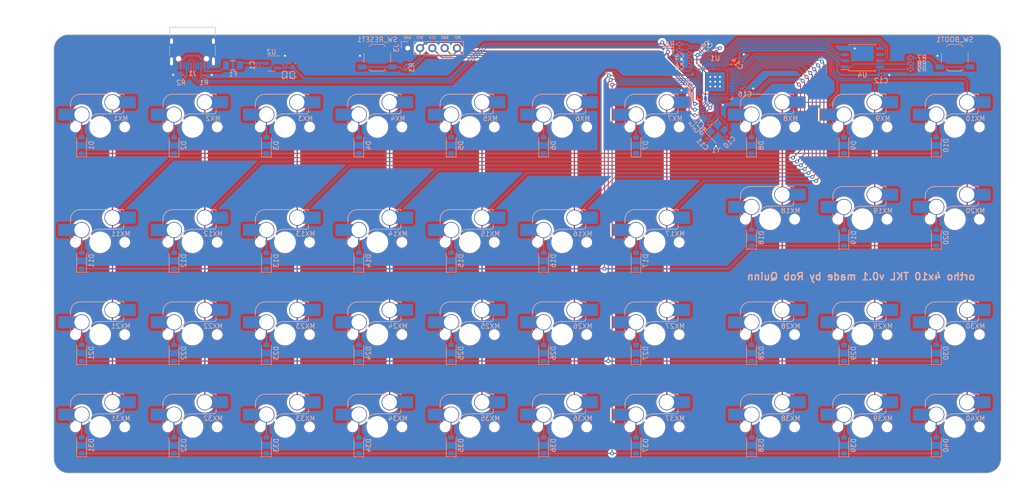
<source format=kicad_pcb>
(kicad_pcb (version 20221018) (generator pcbnew)
  (layers (0 "F.Cu" signal) (31 "B.Cu" signal) (34 "B.Paste" user) (35 "F.Paste" user) (36 "B.SilkS" user "B.Silkscreen") (37 "F.SilkS" user "F.Silkscreen") (38 "B.Mask" user) (39 "F.Mask" user) (44 "Edge.Cuts" user))
  (net 0 "")
  (net 1 "+5V")
  (net 2 "GND")
  (net 3 "+3V3")
  (net 4 "+1V1")
  (net 5 "XIN")
  (net 6 "Net-(C11-Pad2)")
  (net 7 "Net-(D1-A)")
  (net 8 "Net-(D2-A)")
  (net 9 "Net-(D3-A)")
  (net 10 "Net-(D4-A)")
  (net 11 "Net-(D5-A)")
  (net 12 "Net-(D6-A)")
  (net 13 "Net-(D7-A)")
  (net 14 "Net-(D8-A)")
  (net 15 "Net-(D9-A)")
  (net 16 "Net-(D10-A)")
  (net 17 "Net-(D11-A)")
  (net 18 "Net-(D12-A)")
  (net 19 "Net-(D13-A)")
  (net 20 "Net-(D14-A)")
  (net 21 "Net-(D15-A)")
  (net 22 "Net-(D16-A)")
  (net 23 "Net-(D17-A)")
  (net 24 "Net-(D18-A)")
  (net 25 "Net-(D19-A)")
  (net 26 "Net-(D20-A)")
  (net 27 "Net-(D21-A)")
  (net 28 "Net-(D22-A)")
  (net 29 "Net-(D23-A)")
  (net 30 "Net-(D24-A)")
  (net 31 "Net-(D25-A)")
  (net 32 "Net-(D26-A)")
  (net 33 "Net-(D27-A)")
  (net 34 "Net-(D28-A)")
  (net 35 "Net-(D29-A)")
  (net 36 "Net-(D30-A)")
  (net 37 "Net-(D31-A)")
  (net 38 "Net-(D32-A)")
  (net 39 "Net-(D33-A)")
  (net 40 "Net-(D34-A)")
  (net 41 "Net-(D35-A)")
  (net 42 "Net-(D36-A)")
  (net 43 "Net-(D37-A)")
  (net 44 "Net-(D38-A)")
  (net 45 "Net-(D39-A)")
  (net 46 "Net-(D40-A)")
  (net 47 "VBUS")
  (net 48 "Net-(J1-CC1)")
  (net 49 "D+")
  (net 50 "D-")
  (net 52 "Net-(J1-CC2)")
  (net 54 "RESET")
  (net 55 "SWCLK")
  (net 56 "SWD")
  (net 57 "Net-(U1-USB_DP)")
  (net 58 "Net-(U1-USB_DM)")
  (net 59 "XOUT")
  (net 60 "Q_SEL")
  (net 61 "Net-(R7-Pad2)")
  (net 62 "Net-(R8-Pad2)")
  (net 63 "col1")
  (net 64 "col2")
  (net 65 "col3")
  (net 66 "col4")
  (net 67 "col5")
  (net 68 "col6")
  (net 69 "col7")
  (net 70 "col8")
  (net 71 "col9")
  (net 72 "col10")
  (net 84 "row4")
  (net 85 "row3")
  (net 86 "row2")
  (net 87 "row1")
  (net 92 "Q_103")
  (net 93 "Q_CLK")
  (net 94 "Q_100")
  (net 95 "Q_102")
  (net 96 "Q_101")
  (footprint "Diode_SMD:D_SOD-123" (layer "B.Cu") (at 107.315 176.8475 90)
    (fp_text reference "D22")
    (fp_text value "D_Small")
  )
  (footprint "Diode_SMD:D_SOD-123" (layer "B.Cu") (at 245.4275 133.985 90)
    (fp_text reference "D9")
    (fp_text value "D_Small")
  )
  (footprint "PCM_marbastlib-mx:SW_MX_HS_1u" (layer "B.Cu") (at 130.175 153.9875 180)
    (fp_text reference "MX13")
    (fp_text value "MX_SW_HS")
  )
  (footprint "Diode_SMD:D_SOD-123" (layer "B.Cu") (at 164.465 176.8475 90)
    (fp_text reference "D25")
    (fp_text value "D_Small")
  )
  (footprint "Resistor_SMD:R_0402_1005Metric" (layer "B.Cu") (at 259.15991 118.268944 180)
    (fp_text reference "R9")
    (fp_text value "5.1k")
  )
  (footprint "PCM_marbastlib-mx:SW_MX_HS_1u" (layer "B.Cu") (at 249.2375 173.0375 180)
    (fp_text reference "MX29")
    (fp_text value "MX_SW_HS")
  )
  (footprint "Diode_SMD:D_SOD-123" (layer "B.Cu") (at 202.565 195.8975 90)
    (fp_text reference "D37")
    (fp_text value "D_Small")
  )
  (footprint "PCM_marbastlib-mx:SW_MX_HS_1u" (layer "B.Cu") (at 187.325 153.9875 180)
    (fp_text reference "MX16")
    (fp_text value "MX_SW_HS")
  )
  (footprint "Resistor_SMD:R_0402_1005Metric" (layer "B.Cu") (at 259.159924 115.887688)
    (fp_text reference "R7")
    (fp_text value "1k")
  )
  (footprint "PCM_marbastlib-mx:SW_MX_HS_1u" (layer "B.Cu") (at 249.2375 130.175 180)
    (fp_text reference "MX9")
    (fp_text value "MX_SW_HS")
  )
  (footprint "Resistor_SMD:R_0402_1005Metric" (layer "B.Cu") (at 113.50625 119.85625)
    (fp_text reference "R1")
    (fp_text value "5.1k")
  )
  (footprint "Diode_SMD:D_SOD-123" (layer "B.Cu") (at 126.365 176.8475 90)
    (fp_text reference "D23")
    (fp_text value "D_Small")
  )
  (footprint "Diode_SMD:D_SOD-123" (layer "B.Cu") (at 183.515 195.8975 90)
    (fp_text reference "D36")
    (fp_text value "D_Small")
  )
  (footprint "PCM_marbastlib-mx:SW_MX_HS_1u" (layer "B.Cu") (at 268.2875 130.175 180)
    (fp_text reference "MX10")
    (fp_text value "MX_SW_HS")
  )
  (footprint "PCM_marbastlib-mx:SW_MX_HS_1u" (layer "B.Cu") (at 187.325 192.0875 180)
    (fp_text reference "MX36")
    (fp_text value "MX_SW_HS")
  )
  (footprint "Diode_SMD:D_SOD-123" (layer "B.Cu") (at 164.465 133.985 90)
    (fp_text reference "D5")
    (fp_text value "D_Small")
  )
  (footprint "Diode_SMD:D_SOD-123" (layer "B.Cu") (at 264.4775 153.035 90)
    (fp_text reference "D20")
    (fp_text value "D_Small")
  )
  (footprint "PCM_marbastlib-mx:SW_MX_HS_1u" (layer "B.Cu") (at 149.225 192.0875 180)
    (fp_text reference "MX34")
    (fp_text value "MX_SW_HS")
  )
  (footprint "PCM_marbastlib-mx:SW_MX_HS_1u" (layer "B.Cu") (at 92.075 130.175 180)
    (fp_text reference "MX1")
    (fp_text value "MX_SW_HS")
  )
  (footprint "PCM_marbastlib-mx:SW_MX_HS_1u" (layer "B.Cu") (at 168.275 130.175 180)
    (fp_text reference "MX5")
    (fp_text value "MX_SW_HS")
  )
  (footprint "Diode_SMD:D_SOD-123" (layer "B.Cu") (at 126.365 157.7975 90)
    (fp_text reference "D13")
    (fp_text value "D_Small")
  )
  (footprint "PCM_marbastlib-mx:SW_MX_HS_1u" (layer "B.Cu") (at 130.175 192.0875 180)
    (fp_text reference "MX33")
    (fp_text value "MX_SW_HS")
  )
  (footprint "Diode_SMD:D_SOD-123" (layer "B.Cu") (at 226.3775 133.985 90)
    (fp_text reference "D8")
    (fp_text value "D_Small")
  )
  (footprint "PCM_marbastlib-mx:SW_MX_HS_1u" (layer "B.Cu") (at 149.225 130.175 180)
    (fp_text reference "MX4")
    (fp_text value "MX_SW_HS")
  )
  (footprint "Diode_SMD:D_SOD-123" (layer "B.Cu") (at 126.365 195.8975 90)
    (fp_text reference "D33")
    (fp_text value "D_Small")
  )
  (footprint "PCM_marbastlib-mx:SW_MX_HS_1u" (layer "B.Cu") (at 111.125 130.175 180)
    (fp_text reference "MX2")
    (fp_text value "MX_SW_HS")
  )
  (footprint "Capacitor_SMD:C_0402_1005Metric" (layer "B.Cu") (at 218.726719 114.252037 135)
    (fp_text reference "C5")
    (fp_text value "100n")
  )
  (footprint "Connector_USB:USB_C_Receptacle_HRO_TYPE-C-31-M-12" (layer "B.Cu") (at 111.125 113.50625)
    (fp_text reference "J1")
    (fp_text value "USB_C_Receptacle_USB2.0")
  )
  (footprint "PCM_marbastlib-mx:SW_MX_HS_1u" (layer "B.Cu") (at 149.225 173.0375 180)
    (fp_text reference "MX24")
    (fp_text value "MX_SW_HS")
  )
  (footprint "PCM_marbastlib-mx:SW_MX_HS_1u" (layer "B.Cu") (at 168.275 173.0375 180)
    (fp_text reference "MX25")
    (fp_text value "MX_SW_HS")
  )
  (footprint "Capacitor_SMD:C_0402_1005Metric" (layer "B.Cu") (at 217.88482 115.093936 135)
    (fp_text reference "C8")
    (fp_text value "100n")
  )
  (footprint "Capacitor_SMD:C_0402_1005Metric" (layer "B.Cu") (at 130.175217 117.475191 90)
    (fp_text reference "C2")
    (fp_text value "1u")
  )
  (footprint "Package_TO_SOT_SMD:SOT-23-3" (layer "B.Cu") (at 127.397092 117.078316 180)
    (fp_text reference "U2")
    (fp_text value "XC6206PxxxMR")
  )
  (footprint "Diode_SMD:D_SOD-123" (layer "B.Cu") (at 226.3775 176.8475 90)
    (fp_text reference "D28")
    (fp_text value "D_Small")
  )
  (footprint "Diode_SMD:D_SOD-123" (layer "B.Cu") (at 183.515 133.985 90)
    (fp_text reference "D6")
    (fp_text value "D_Small")
  )
  (footprint "Diode_SMD:D_SOD-123" (layer "B.Cu") (at 107.315 157.7975 90)
    (fp_text reference "D12")
    (fp_text value "D_Small")
  )
  (footprint "PCM_marbastlib-mx:SW_MX_HS_1u" (layer "B.Cu") (at 111.125 173.0375 180)
    (fp_text reference "MX22")
    (fp_text value "MX_SW_HS")
  )
  (footprint "Capacitor_SMD:C_0402_1005Metric" (layer "B.Cu") (at 213.51875 122.634375 180)
    (fp_text reference "C9")
    (fp_text value "100n")
  )
  (footprint "PCM_marbastlib-mx:SW_MX_HS_1u" (layer "B.Cu") (at 249.2375 192.0875 180)
    (fp_text reference "MX39")
    (fp_text value "MX_SW_HS")
  )
  (footprint "Capacitor_SMD:C_0402_1005Metric" (layer "B.Cu") (at 213.519184 115.093939 180)
    (fp_text reference "C4")
    (fp_text value "1u")
  )
  (footprint "PCM_marbastlib-mx:SW_MX_HS_1u" (layer "B.Cu") (at 111.125 192.0875 180)
    (fp_text reference "MX32")
    (fp_text value "MX_SW_HS")
  )
  (footprint "Connector_PinHeader_2.54mm:PinHeader_1x05_P2.54mm_Vertical" (layer "B.Cu") (at 155.495932 113.903308 -90)
    (fp_text reference "J3")
    (fp_text value "Conn_01x05")
  )
  (footprint "Resistor_SMD:R_0402_1005Metric" (layer "B.Cu") (at 155.178412 117.872068 90)
    (fp_text reference "R3")
    (fp_text value "5.1k")
  )
  (footprint "PCM_marbastlib-mx:SW_MX_HS_1u" (layer "B.Cu") (at 230.1875 173.0375 180)
    (fp_text reference "MX28")
    (fp_text value "MX_SW_HS")
  )
  (footprint "Diode_SMD:D_SOD-123" (layer "B.Cu") (at 202.565 176.8475 90)
    (fp_text reference "D27")
    (fp_text value "D_Small")
  )
  (footprint "Diode_SMD:D_SOD-123" (layer "B.Cu") (at 145.415 176.8475 90)
    (fp_text reference "D24")
    (fp_text value "D_Small")
  )
  (footprint "Diode_SMD:D_SOD-123" (layer "B.Cu") (at 264.4775 133.985 90)
    (fp_text reference "D10")
    (fp_text value "D_Small")
  )
  (footprint "Capacitor_SMD:C_0402_1005Metric" (layer "B.Cu") (at 217.37 132.949247 135)
    (fp_text reference "C11")
    (fp_text value "22p")
  )
  (footprint "PCM_marbastlib-mx:SW_MX_HS_1u" (layer "B.Cu") (at 206.375 192.0875 180)
    (fp_text reference "MX37")
    (fp_text value "MX_SW_HS")
  )
  (footprint "PCM_marbastlib-mx:SW_MX_HS_1u" (layer "B.Cu") (at 111.125 153.9875 180)
    (fp_text reference "MX12")
    (fp_text value "MX_SW_HS")
  )
  (footprint "PCM_marbastlib-mx:SW_MX_HS_1u" (layer "B.Cu") (at 230.1875 192.0875 180)
    (fp_text reference "MX38")
    (fp_text value "MX_SW_HS")
  )
  (footprint "Diode_SMD:D_SOD-123" (layer "B.Cu") (at 88.265 157.7975 90)
    (fp_text reference "D11")
    (fp_text value "D_Small")
  )
  (footprint "Diode_SMD:D_SOD-123" (layer "B.Cu") (at 245.4275 176.8475 90)
    (fp_text reference "D29")
    (fp_text value "D_Small")
  )
  (footprint "PCM_marbastlib-mx:SW_MX_HS_1u" (layer "B.Cu") (at 230.1875 149.225 180)
    (fp_text reference "MX18")
    (fp_text value "MX_SW_HS")
  )
  (footprint "Resistor_SMD:R_0402_1005Metric" (layer "B.Cu") (at 211.534804 113.109556)
    (fp_text reference "R4")
    (fp_text value "27")
  )
  (footprint "Package_DFN_QFN:QFN-56-1EP_7x7mm_P0.4mm_EP3.2x3.2mm" (layer "B.Cu") (at 218.878125 120.85 180)
    (fp_text reference "U1")
    (fp_text value "RP2040")
  )
  (footprint "Diode_SMD:D_SOD-123" (layer "B.Cu") (at 145.415 133.985 90)
    (fp_text reference "D4")
    (fp_text value "D_Small")
  )
  (footprint "Resistor_SMD:R_0402_1005Metric" (layer "B.Cu") (at 109.140625 119.85625 180)
    (fp_text reference "R2")
    (fp_text value "5.1k")
  )
  (footprint "Fuse:Fuse_1206_3216Metric" (layer "B.Cu") (at 119.459572 117.475192)
    (fp_text reference "F1")
    (fp_text value "Fuse_Small")
  )
  (footprint "Diode_SMD:D_SOD-123" (layer "B.Cu") (at 107.315 133.985 90)
    (fp_text reference "D2")
    (fp_text value "D_Small")
  )
  (footprint "Crystal:Crystal_SMD_3225-4Pin_3.2x2.5mm" (layer "B.Cu") (at 219.354375 130.964872 45)
    (fp_text reference "Y1")
    (fp_text value "Crystal_GND24")
  )
  (footprint "Diode_SMD:D_SOD-123" (layer "B.Cu") (at 88.265 195.8975 90)
    (fp_text reference "D31")
    (fp_text value "D_Small")
  )
  (footprint "PCM_marbastlib-mx:SW_MX_HS_1u" (layer "B.Cu") (at 130.175 130.175 180)
    (fp_text reference "MX3")
    (fp_text value "MX_SW_HS")
  )
  (footprint "PCM_marbastlib-mx:SW_MX_HS_1u" (layer "B.Cu") (at 268.2875 192.0875 180)
    (fp_text reference "MX40")
    (fp_text value "MX_SW_HS")
  )
  (footprint "PCM_marbastlib-mx:SW_MX_HS_1u" (layer "B.Cu") (at 130.175 173.0375 180)
    (fp_text reference "MX23")
    (fp_text value "MX_SW_HS")
  )
  (footprint "PCM_marbastlib-mx:SW_MX_HS_1u" (layer "B.Cu") (at 187.325 130.175 180)
    (fp_text reference "MX6")
    (fp_text value "MX_SW_HS")
  )
  (footprint "PCM_marbastlib-mx:SW_MX_HS_1u" (layer "B.Cu") (at 206.375 130.175 180)
    (fp_text reference "MX7")
    (fp_text value "MX_SW_HS")
  )
  (footprint "PCM_marbastlib-mx:SW_MX_HS_1u" (layer "B.Cu") (at 206.375 153.9875 180)
    (fp_text reference "MX17")
    (fp_text value "MX_SW_HS")
  )
  (footprint "Diode_SMD:D_SOD-123" (layer "B.Cu") (at 183.515 176.8475 90)
    (fp_text reference "D26")
    (fp_text value "D_Small")
  )
  (footprint "Button_Switch_SMD:SW_SPST_TL3342" (layer "B.Cu") (at 149.225 115.8875 180)
    (fp_text reference "SW_RESET1")
    (fp_text value "SW_Push")
  )
  (footprint "Diode_SMD:D_SOD-123" (layer "B.Cu") (at 264.4775 176.8475 90)
    (fp_text reference "D30")
    (fp_text value "D_Small")
  )
  (footprint "Resistor_SMD:R_0402_1005Metric" (layer "B.Cu") (at 259.159924 117.078316)
    (fp_text reference "R8")
    (fp_text value "5.1k")
  )
  (footprint "Capacitor_SMD:C_0402_1005Metric" (layer "B.Cu") (at 124.618967 117.475191 -90)
    (fp_text reference "C1")
    (fp_text value "1u")
  )
  (footprint "PCM_marbastlib-mx:SW_MX_HS_1u" (layer "B.Cu") (at 168.275 192.0875 180)
    (fp_text reference "MX35")
    (fp_text value "MX_SW_HS")
  )
  (footprint "PCM_marbastlib-mx:SW_MX_HS_1u" (layer "B.Cu") (at 206.375 173.0375 180)
    (fp_text reference "MX27")
    (fp_text value "MX_SW_HS")
  )
  (footprint "PCM_marbastlib-mx:SW_MX_HS_1u" (layer "B.Cu") (at 92.075 192.0875 180)
    (fp_text reference "MX31")
    (fp_text value "MX_SW_HS")
  )
  (footprint "Diode_SMD:D_SOD-123" (layer "B.Cu") (at 145.415 195.8975 90)
    (fp_text reference "D34")
    (fp_text value "D_Small")
  )
  (footprint "Capacitor_SMD:C_0402_1005Metric" (layer "B.Cu") (at 213.519184 116.284564 180)
    (fp_text reference "C7")
    (fp_text value "100n")
  )
  (footprint "Diode_SMD:D_SOD-123" (layer "B.Cu") (at 88.265 176.8475 90)
    (fp_text reference "D21")
    (fp_text value "D_Small")
  )
  (footprint "Diode_SMD:D_SOD-123" (layer "B.Cu") (at 164.465 157.7975 90)
    (fp_text reference "D15")
    (fp_text value "D_Small")
  )
  (footprint "Capacitor_SMD:C_0402_1005Metric" (layer "B.Cu") (at 225.028588 122.237704)
    (fp_text reference "C16")
    (fp_text value "100n")
  )
  (footprint "Capacitor_SMD:C_0402_1005Metric" (layer "B.Cu") (at 217.487942 128.190842 -135)
    (fp_text reference "C15")
    (fp_text value "100n")
  )
  (footprint "Diode_SMD:D_SOD-123" (layer "B.Cu") (at 245.4275 153.035 90)
    (fp_text reference "D19")
    (fp_text value "D_Small")
  )
  (footprint "Capacitor_SMD:C_0402_1005Metric" (layer "B.Cu") (at 224.234836 116.284564 -45)
    (fp_text reference "C14")
    (fp_text value "100n")
  )
  (footprint "PCM_marbastlib-mx:SW_MX_HS_1u" (layer "B.Cu") (at 168.275 153.9875 180)
    (fp_text reference "MX15")
    (fp_text value "MX_SW_HS")
  )
  (footprint "Diode_SMD:D_SOD-123" (layer "B.Cu") (at 202.565 157.7975 90)
    (fp_text reference "D17")
    (fp_text value "D_Small")
  )
  (footprint "Button_Switch_SMD:SW_SPST_TL3342" (layer "B.Cu") (at 268.288072 115.8875 180)
    (fp_text reference "SW_BOOT1")
    (fp_text value "SW_Push")
  )
  (footprint "Resistor_SMD:R_0402_1005Metric" (layer "B.Cu") (at 211.534804 114.300181)
    (fp_text reference "R5")
    (fp_text value "27")
  )
  (footprint "Diode_SMD:D_SOD-123" (layer "B.Cu") (at 202.565 133.985 90)
    (fp_text reference "D7")
    (fp_text value "D_Small")
  )
  (footprint "Diode_SMD:D_SOD-123" (layer "B.Cu") (at 226.3775 153.035 90)
    (fp_text reference "D18")
    (fp_text value "D_Small")
  )
  (footprint "Diode_SMD:D_SOD-123" (layer "B.Cu") (at 226.3775 195.8975 90)
    (fp_text reference "D38")
    (fp_text value "D_Small")
  )
  (footprint "Diode_SMD:D_SOD-123" (layer "B.Cu") (at 126.365 133.985 90)
    (fp_text reference "D3")
    (fp_text value "D_Small")
  )
  (footprint "Diode_SMD:D_SOD-123" (layer "B.Cu") (at 164.465 195.8975 90)
    (fp_text reference "D35")
    (fp_text value "D_Small")
  )
  (footprint "Diode_SMD:D_SOD-123" (layer "B.Cu") (at 88.265 133.985 90)
    (fp_text reference "D1")
    (fp_text value "D_Small")
  )
  (footprint "Diode_SMD:D_SOD-123" (layer "B.Cu") (at 107.315 195.8975 90)
    (fp_text reference "D32")
    (fp_text value "D_Small")
  )
  (footprint "Capacitor_SMD:C_0402_1005Metric" (layer "B.Cu") (at 213.51875 117.475001 180)
    (fp_text reference "C6")
    (fp_text value "1u")
  )
  (footprint "PCM_marbastlib-mx:SW_MX_HS_1u" (layer "B.Cu") (at 149.225 153.9875 180)
    (fp_text reference "MX14")
    (fp_text value "MX_SW_HS")
  )
  (footprint "Capacitor_SMD:C_0402_1005Metric" (layer "B.Cu") (at 253.12366 119.459572)
    (fp_text reference "C12")
    (fp_text value "1u")
  )
  (footprint "Resistor_SMD:R_0402_1005Metric" (layer "B.Cu") (at 217.766875 129.377372 45)
    (fp_text reference "R6")
    (fp_text value "1k")
  )
  (footprint "Capacitor_SMD:C_0402_1005Metric" (layer "B.Cu") (at 220.941875 132.552372 45)
    (fp_text reference "C10")
    (fp_text value "22p")
  )
  (footprint "Capacitor_SMD:C_0402_1005Metric" (layer "B.Cu") (at 216.694192 127.397092 -135)
    (fp_text reference "C13")
    (fp_text value "100n")
  )
  (footprint "PCM_marbastlib-mx:SW_MX_HS_1u" (layer "B.Cu") (at 92.075 173.0375 180)
    (fp_text reference "MX21")
    (fp_text value "MX_SW_HS")
  )
  (footprint "PCM_marbastlib-mx:SW_MX_HS_1u" (layer "B.Cu") (at 92.075 153.9875 180)
    (fp_text reference "MX11")
    (fp_text value "MX_SW_HS")
  )
  (footprint "Package_SO:SOIC-8_5.23x5.23mm_P1.27mm" (layer "B.Cu") (at 249.238024 115.887688)
    (fp_text reference "U4")
    (fp_text value "W25Q128JVS")
  )
  (footprint "PCM_marbastlib-mx:SW_MX_HS_1u" (layer "B.Cu") (at 187.325 173.0375 180)
    (fp_text reference "MX26")
    (fp_text value "MX_SW_HS")
  )
  (footprint "Capacitor_SMD:C_0603_1608Metric" (layer "B.Cu") (at 131.762717 117.078316 90)
    (fp_text reference "C3")
    (fp_text value "10u")
  )
  (footprint "PCM_marbastlib-mx:SW_MX_HS_1u" (layer "B.Cu") (at 230.1875 130.175 180)
    (fp_text reference "MX8")
    (fp_text value "MX_SW_HS")
  )
  (footprint "PCM_marbastlib-mx:SW_MX_HS_1u" (layer "B.Cu") (at 268.2875 149.225 180)
    (fp_text reference "MX20")
    (fp_text value "MX_SW_HS")
  )
  (footprint "Diode_SMD:D_SOD-123" (layer "B.Cu") (at 183.515 157.7975 90)
    (fp_text reference "D16")
    (fp_text value "D_Small")
  )
  (footprint "Diode_SMD:D_SOD-123" (layer "B.Cu") (at 145.415 157.7975 90)
    (fp_text reference "D14")
    (fp_text value "D_Small")
  )
  (footprint "Diode_SMD:D_SOD-123" (layer "B.Cu") (at 245.4275 195.8975 90)
    (fp_text reference "D39")
    (fp_text value "D_Small")
  )
  (footprint "Diode_SMD:D_SOD-123" (layer "B.Cu") (at 264.4775 195.8975 90)
    (fp_text reference "D40")
    (fp_text value "D_Small")
  )
  (footprint "PCM_marbastlib-mx:SW_MX_HS_1u" (layer "B.Cu") (at 249.2375 149.225 180)
    (fp_text reference "MX19")
    (fp_text value "MX_SW_HS")
  )
  (footprint "PCM_marbastlib-mx:SW_MX_HS_1u" (layer "B.Cu") (at 268.2875 173.0375 180)
    (fp_text reference "MX30")
    (fp_text value "MX_SW_HS")
  )
  (gr_arc (start 277.8125 198.6125) (mid 276.93382 200.73382) (end 274.8125 201.6125) (stroke (width 0.1)) (layer "Edge.Cuts"))
  (gr_line (start 274.8125 201.6125) (end 85.55 201.6125) (stroke (width 0.1)) (layer "Edge.Cuts"))
  (gr_line (start 277.8125 114.125) (end 277.8125 198.6125) (stroke (width 0.1)) (layer "Edge.Cuts"))
  (gr_arc (start 85.55 201.6125) (mid 83.42868 200.73382) (end 82.55 198.6125) (stroke (width 0.1)) (layer "Edge.Cuts"))
  (gr_arc (start 274.8125 111.125) (mid 276.93382 112.00368) (end 277.8125 114.125) (stroke (width 0.1)) (layer "Edge.Cuts"))
  (gr_arc (start 82.55 114.125) (mid 83.42868 112.00368) (end 85.55 111.125) (stroke (width 0.1)) (layer "Edge.Cuts"))
  (gr_line (start 85.55 111.125) (end 274.8125 111.125) (stroke (width 0.1)) (layer "Edge.Cuts"))
  (gr_line (start 82.55 198.6125) (end 82.55 114.125) (stroke (width 0.1)) (layer "Edge.Cuts"))
  (gr_text "ortho 4x10 TKL v0.1 made by Rob Quinn" (at 272.653708 161.925304) (layer "B.SilkS") (effects (font (size 1.5 1.5) (thickness 0.3) bold) (justify left bottom mirror)))
  (gr_text "RST   SWD   CLK   3V3   GND" (at 166.519645 112.050921) (layer "B.SilkS") (effects (font (size 0.5 0.5) (thickness 0.1) bold) (justify left bottom mirror)))
  (segment (start 124.618967 116.995191) (end 126.176467 116.995191) (width 0.3) (layer "B.Cu") (net 1))
  (segment (start 124.618967 116.995191) (end 121.339573 116.995191) (width 0.3) (layer "B.Cu") (net 1))
  (segment (start 126.176467 116.995191) (end 126.259592 117.078316) (width 0.3) (layer "B.Cu") (net 1))
  (segment (start 121.339573 116.995191) (end 120.859572 117.475192) (width 0.3) (layer "B.Cu") (net 1))
  (segment (start 106.805 119.063875) (end 106.805 116.63625) (width 0.25) (layer "F.Cu") (net 2))
  (segment (start 115.445 119.108125) (end 115.445 116.63625) (width 0.25) (layer "F.Cu") (net 2))
  (segment (start 115.09375 119.459375) (end 115.445 119.108125) (width 0.25) (layer "F.Cu") (net 2))
  (segment (start 107.489422 119.081953) (end 114.716328 119.081953) (width 0.25) (layer "F.Cu") (net 2))
  (segment (start 114.716328 119.081953) (end 115.09375 119.459375) (width 0.25) (layer "F.Cu") (net 2))
  (segment (start 107.15625 119.415125) (end 106.805 119.063875) (width 0.25) (layer "F.Cu") (net 2))
  (segment (start 107.15625 119.415125) (end 107.489422 119.081953) (width 0.25) (layer "F.Cu") (net 2))
  (via (at 218.87701 120.848638) (size 0.8) (drill 0.4) (layers "F.Cu" "B.Cu") (net 2))
  (via (at 220.472435 125.615269) (size 0.8) (drill 0.4) (layers "F.Cu" "B.Cu") (net 2))
  (via (at 218.87701 121.840828) (size 0.8) (drill 0.4) (layers "F.Cu" "B.Cu") (net 2))
  (via (at 217.487944 113.109556) (size 0.8) (drill 0.4) (layers "F.Cu" "B.Cu") (net 2))
  (via (at 219.075448 134.143984) (size 0.8) (drill 0.4) (layers "F.Cu" "B.Cu") (net 2))
  (via (at 218.87701 119.856448) (size 0.8) (drill 0.4) (layers "F.Cu" "B.Cu") (net 2))
  (via (at 107.15625 119.415125) (size 0.8) (drill 0.4) (layers "F.Cu" "B.Cu") (net 2))
  (via (at 224.792914 115.205932) (size 0.8) (drill 0.4) (layers "F.Cu" "B.Cu") (net 2))
  (via (at 130.175224 115.490812) (size 0.8) (drill 0.4) (layers "F.Cu" "B.Cu") (net 2))
  (via (at 219.8692 120.848638) (size 0.8) (drill 0.4) (layers "F.Cu" "B.Cu") (net 2))
  (via (at 247.65052 113.982688) (size 0.8) (drill 0.4) (layers "F.Cu" "B.Cu") (net 2))
  (via (at 115.09375 119.459375) (size 0.8) (drill 0.4) (layers "F.Cu" "B.Cu") (net 2))
  (via (at 216.024866 128.841281) (size 0.8) (drill 0.4) (layers "F.Cu" "B.Cu") (net 2))
  (via (at 226.734055 122.241785) (size 0.8) (drill 0.4) (layers "F.Cu" "B.Cu") (net 2))
  (via (at 219.8692 121.840828) (size 0.8) (drill 0.4) (layers "F.Cu" "B.Cu") (net 2))
  (via (at 219.8692 119.856448) (size 0.8) (drill 0.4) (layers "F.Cu" "B.Cu") (net 2))
  (via (at 254.794288 119.459572) (size 0.8) (drill 0.4) (layers "F.Cu" "B.Cu") (net 2))
  (via (at 217.88482 120.848638) (size 0.8) (drill 0.4) (layers "F.Cu" "B.Cu") (net 2))
  (via (at 264.716188 115.490812) (size 0.8) (drill 0.4) (layers "F.Cu" "B.Cu") (net 2))
  (via (at 211.93168 116.284564) (size 0.8) (drill 0.4) (layers "F.Cu" "B.Cu") (net 2))
  (via (at 211.93168 122.63458) (size 0.8) (drill 0.4) (layers "F.Cu" "B.Cu") (net 2))
  (via (at 217.88482 121.840828) (size 0.8) (drill 0.4) (layers "F.Cu" "B.Cu") (net 2))
  (via (at 217.88482 119.856448) (size 0.8) (drill 0.4) (layers "F.Cu" "B.Cu") (net 2))
  (via (at 145.653388 115.490812) (size 0.8) (drill 0.4) (layers "F.Cu" "B.Cu") (net 2))
  (segment (start 106.805 116.63625) (end 106.96 116.63625) (width 0.5) (layer "B.Cu") (net 2))
  (segment (start 217.487944 114.69706) (end 217.545409 114.754525) (width 0.2) (layer "B.Cu") (net 2))
  (segment (start 124.618967 117.955191) (end 123.114783 119.459375) (width 0.3) (layer "B.Cu") (net 2))
  (segment (start 218.387308 113.912626) (end 217.545409 114.754525) (width 0.2) (layer "B.Cu") (net 2))
  (segment (start 130.950213 115.490812) (end 131.762717 116.303316) (width 0.3) (layer "B.Cu") (net 2))
  (segment (start 128.534592 116.128316) (end 129.308342 116.128316) (width 0.3) (layer "B.Cu") (net 2))
  (segment (start 155.41174 113.9875) (end 155.495932 113.903308) (width 0.3) (layer "B.Cu") (net 2))
  (segment (start 212.328556 117.475192) (end 212.328747 117.475001) (width 0.2) (layer "B.Cu") (net 2))
  (segment (start 212.328556 115.093936) (end 212.328559 115.093939) (width 0.2) (layer "B.Cu") (net 2))
  (segment (start 219.075448 134.143984) (end 218.564737 134.143984) (width 0.2) (layer "B.Cu") (net 2))
  (segment (start 224.792914 116.405308) (end 224.574247 116.623975) (width 0.2) (layer "B.Cu") (net 2))
  (segment (start 217.148531 128.530257) (end 217.148531 128.530253) (width 0.25) (layer "B.Cu") (net 2))
  (segment (start 219.177598 132.34373) (end 218.654339 132.34373) (width 0.2) (layer "B.Cu") (net 2))
  (segment (start 146.075 113.9875) (end 152.375 113.9875) (width 0.3) (layer "B.Cu") (net 2))
  (segment (start 131.762717 116.303316) (end 130.867092 116.303316) (width 0.3) (layer "B.Cu") (net 2))
  (segment (start 211.93168 116.284564) (end 211.93168 117.078316) (width 0.2) (layer "B.Cu") (net 2))
  (segment (start 271.438072 113.9875) (end 265.138072 113.9875) (width 0.25) (layer "B.Cu") (net 2))
  (segment (start 114.696875 119.85625) (end 115.09375 119.459375) (width 0.25) (layer "B.Cu") (net 2))
  (segment (start 219.177598 134.041834) (end 219.075448 134.143984) (width 0.2) (layer "B.Cu") (net 2))
  (segment (start 115.445 112.45625) (end 115.445 116.63625) (width 0.25) (layer "B.Cu") (net 2))
  (segment (start 152.375 113.9875) (end 155.41174 113.9875) (width 0.3) (layer "B.Cu") (net 2))
  (segment (start 216.168181 128.984596) (end 216.694192 128.984596) (width 0.25) (layer "B.Cu") (net 2))
  (segment (start 225.508588 122.237704) (end 226.729974 122.237704) (width 0.25) (layer "B.Cu") (net 2))
  (segment (start 106.96 116.63625) (end 107.875 117.55125) (width 0.5) (layer "B.Cu") (net 2))
  (segment (start 218.291014 113.912626) (end 217.487944 113.109556) (width 0.2) (layer "B.Cu") (net 2))
  (segment (start 108.630625 119.85625) (end 107.597375 119.85625) (width 0.25) (layer "B.Cu") (net 2))
  (segment (start 265.138072 115.068928) (end 264.716188 115.490812) (width 0.25) (layer "B.Cu") (net 2))
  (segment (start 212.328747 117.475001) (end 213.03875 117.475001) (width 0.2) (layer "B.Cu") (net 2))
  (segment (start 213.03875 122.634375) (end 211.931885 122.634375) (width 0.25) (layer "B.Cu") (net 2))
  (segment (start 146.075 113.9875) (end 146.075 115.0692) (width 0.3) (layer "B.Cu") (net 2))
  (segment (start 219.725651 132.891783) (end 219.177598 132.34373) (width 0.2) (layer "B.Cu") (net 2))
  (segment (start 219.878125 124.2875) (end 219.878125 125.020959) (width 0.2) (layer "B.Cu") (net 2))
  (segment (start 130.867092 116.303316) (end 130.175217 116.995191) (width 0.3) (layer "B.Cu") (net 2))
  (segment (start 218.387308 113.912626) (end 218.291014 113.912626) (width 0.2) (layer "B.Cu") (net 2))
  (segment (start 219.513994 132.007334) (end 219.177598 132.34373) (width 0.2) (layer "B.Cu") (net 2))
  (segment (start 224.792914 115.205932) (end 224.792914 116.405308) (width 0.2) (layer "B.Cu") (net 2))
  (segment (start 211.93168 117.078316) (end 212.328556 117.475192) (width 0.2) (layer "B.Cu") (net 2))
  (segment (start 130.175224 115.490812) (end 130.175224 116.995184) (width 0.3) (layer "B.Cu") (net 2))
  (segment (start 128.534592 116.428315) (end 128.534592 116.128316) (width 0.3) (layer "B.Cu") (net 2))
  (segment (start 115.29 116.63625) (end 114.375 117.55125) (width 0.5) (layer "B.Cu") (net 2))
  (segment (start 130.175224 115.490812) (end 130.950213 115.490812) (width 0.3) (layer "B.Cu") (net 2))
  (segment (start 115.445 116.63625) (end 115.29 116.63625) (width 0.5) (layer "B.Cu") (net 2))
  (segment (start 247.65052 113.982688) (end 245.638024 113.982688) (width 0.25) (layer "B.Cu") (net 2))
  (segment (start 129.308342 116.128316) (end 130.175217 116.995191) (width 0.3) (layer "B.Cu") (net 2))
  (segment (start 217.487944 113.109556) (end 217.487944 114.69706) (width 0.2) (layer "B.Cu") (net 2))
  (segment (start 218.654339 132.34373) (end 217.709411 133.288658) (width 0.2) (layer "B.Cu") (net 2))
  (segment (start 216.024866 128.841281) (end 216.168181 128.984596) (width 0.25) (layer "B.Cu") (net 2))
  (segment (start 218.564737 134.143984) (end 217.709411 133.288658) (width 0.2) (layer "B.Cu") (net 2))
  (segment (start 114.01625 119.85625) (end 114.696875 119.85625) (width 0.25) (layer "B.Cu") (net 2))
  (segment (start 107.597375 119.85625) (end 107.15625 119.415125) (width 0.25) (layer "B.Cu") (net 2))
  (segment (start 130.175224 116.995184) (end 130.175217 116.995191) (width 0.3) (layer "B.Cu") (net 2))
  (segment (start 124.618967 117.955191) (end 127.007716 117.955191) (width 0.3) (layer "B.Cu") (net 2))
  (segment (start 211.93168 116.284564) (end 211.93168 115.490812) (width 0.2) (layer "B.Cu") (net 2))
  (segment (start 123.114783 119.459375) (end 115.09375 119.459375) (width 0.3) (layer "B.Cu") (net 2))
  (segment (start 219.513994 129.603172) (end 219.513994 132.007334) (width 0.2) (layer "B.Cu") (net 2))
  (segment (start 265.138072 113.9875) (end 265.138072 115.068928) (width 0.25) (layer "B.Cu") (net 2))
  (segment (start 219.075448 134.143984) (end 219.350263 134.143984) (width 0.2) (layer "B.Cu") (net 2))
  (segment (start 216.694192 128.984596) (end 217.148531 128.530257) (width 0.25) (layer "B.Cu") (net 2))
  (segment (start 216.024866 128.841281) (end 216.024866 128.008949) (width 0.25) (layer "B.Cu") (net 2))
  (segment (start 212.328559 115.093939) (end 213.039184 115.093939) (width 0.2) (layer "B.Cu") (net 2))
  (segment (start 129.53772 116.128316) (end 128.534592 116.128316) (width 0.3) (layer "B.Cu") (net 2))
  (segment (start 216.024866 128.008949) (end 216.297312 127.736503) (width 0.25) (layer "B.Cu") (net 2))
  (segment (start 130.175224 115.490812) (end 129.53772 116.128316) (width 0.3) (layer "B.Cu") (net 2))
  (segment (start 211.93168 115.490812) (end 212.328556 115.093936) (width 0.2) (layer "B.Cu") (net 2))
  (segment (start 213.039184 116.284564) (end 211.93168 116.284564) (width 0.2) (layer "B.Cu") (net 2))
  (segment (start 106.805 112.45625) (end 115.445 112.45625) (width 0.25) (layer "B.Cu") (net 2))
  (segment (start 219.531152 129.586014) (end 219.513994 129.603172) (width 0.2) (layer "B.Cu") (net 2))
  (segment (start 146.075 115.0692) (end 145.653388 115.490812) (width 0.3) (layer "B.Cu") (net 2))
  (segment (start 216.297312 127.736503) (end 216.354781 127.736503) (width 0.25) (layer "B.Cu") (net 2))
  (segment (start 211.931885 122.634375) (end 211.93168 122.63458) (width 0.25) (layer "B.Cu") (net 2))
  (segment (start 106.805 116.63625) (end 106.805 112.45625) (width 0.25) (layer "B.Cu") (net 2))
  (segment (start 253.60366 119.459572) (end 254.794288 119.459572) (width 0.25) (layer "B.Cu") (net 2))
  (segment (start 219.177598 132.34373) (end 219.177598 134.041834) (width 0.2) (layer "B.Cu") (net 2))
  (segment (start 219.878125 125.020959) (end 220.472435 125.615269) (width 0.2) (layer "B.Cu") (net 2))
  (segment (start 219.350263 134.143984) (end 220.602464 132.891783) (width 0.2) (layer "B.Cu") (net 2))
  (segment (start 220.602464 132.891783) (end 219.725651 132.891783) (width 0.2) (layer "B.Cu") (net 2))
  (segment (start 226.729974 122.237704) (end 226.734055 122.241785) (width 0.25) (layer "B.Cu") (net 2))
  (segment (start 127.007716 117.955191) (end 128.534592 116.428315) (width 0.3) (layer "B.Cu") (net 2))
  (segment (start 208.365523 115.485085) (end 207.427498 114.54706) (width 0.3) (layer "F.Cu") (net 3))
  (segment (start 209.153548 114.69706) (end 208.365523 115.485085) (width 0.3) (layer "F.Cu") (net 3))
  (segment (start 209.153548 113.903308) (end 207.96292 112.71268) (width 0.3) (layer "F.Cu") (net 3))
  (segment (start 209.153548 114.69706) (end 209.153548 113.903308) (width 0.3) (layer "F.Cu") (net 3))
  (segment (start 159.235932 112.703308) (end 158.035932 113.903308) (width 0.3) (layer "F.Cu") (net 3))
  (segment (start 166.152989 112.703308) (end 159.235932 112.703308) (width 0.3) (layer "F.Cu") (net 3))
  (segment (start 167.996741 114.54706) (end 166.152989 112.703308) (width 0.3) (layer "F.Cu") (net 3))
  (segment (start 207.427498 114.54706) (end 167.996741 114.54706) (width 0.3) (layer "F.Cu") (net 3))
  (via (at 209.153548 114.69706) (size 0.8) (drill 0.4) (layers "F.Cu" "B.Cu") (net 3))
  (via (at 207.96292 112.71268) (size 0.8) (drill 0.4) (layers "F.Cu" "B.Cu") (net 3))
  (segment (start 223.895425 115.036471) (end 223.895425 115.945153) (width 0.3) (layer "B.Cu") (net 3))
  (segment (start 252.64366 117.987052) (end 252.838024 117.792688) (width 0.3) (layer "B.Cu") (net 3))
  (segment (start 216.694192 118.268944) (end 216.297316 118.66582) (width 0.2) (layer "B.Cu") (net 3))
  (segment (start 218.281696 118.268944) (end 216.694192 118.268944) (width 0.2) (layer "B.Cu") (net 3))
  (segment (start 213.999184 117.474567) (end 213.99875 117.475001) (width 0.2) (layer "B.Cu") (net 3))
  (segment (start 216.297316 118.572831) (end 216.297316 118.66582) (width 0.2) (layer "B.Cu") (net 3))
  (segment (start 218.278125 118.265373) (end 218.278125 117.4125) (width 0.2) (layer "B.Cu") (net 3))
  (segment (start 134.109601 120.2002) (end 131.762717 117.853316) (width 0.3) (layer "B.Cu") (net 3))
  (segment (start 216.278125 117.4125) (end 216.278125 116.72188) (width 0.2) (layer "B.Cu") (net 3))
  (segment (start 221.456704 118.66582) (end 221.456704 118.575061) (width 0.2) (layer "B.Cu") (net 3))
  (segment (start 252.838024 117.792688) (end 253.31428 118.268944) (width 0.25) (layer "B.Cu") (net 3))
  (segment (start 216.694192 118.268944) (end 216.278125 117.852877) (width 0.2) (layer "B.Cu") (net 3))
  (segment (start 218.678572 123.428332) (end 221.059828 123.428332) (width 0.2) (layer "B.Cu") (net 3))
  (segment (start 218.281696 118.268944) (end 218.278125 118.265373) (width 0.2) (layer "B.Cu") (net 3))
  (segment (start 212.328556 118.66582) (end 213.519184 118.66582) (width 0.3) (layer "B.Cu") (net 3))
  (segment (start 221.456704 123.031456) (end 221.456704 121.840828) (width 0.2) (layer "B.Cu") (net 3))
  (segment (start 216.297316 123.031456) (end 216.694192 123.428332) (width 0.2) (layer "B.Cu") (net 3))
  (segment (start 224.535335 122.250957) (end 224.548588 122.237704) (width 0.2) (layer "B.Cu") (net 3))
  (segment (start 158.035932 115.8083) (end 158.035932 113.903308) (width 0.25) (layer "B.Cu") (net 3))
  (segment (start 216.694192 118.268944) (end 216.678125 118.252877) (width 0.2) (layer "B.Cu") (net 3))
  (segment (start 215.974485 121.85) (end 216.297316 122.172831) (width 0.2) (layer "B.Cu") (net 3))
  (segment (start 218.678125 124.2875) (end 218.678125 127.000659) (width 0.2) (layer "B.Cu") (net 3))
  (segment (start 209.153548 115.490812) (end 209.153548 114.69706) (width 0.3) (layer "B.Cu") (net 3))
  (segment (start 131.660842 117.955191) (end 131.762717 117.853316) (width 0.3) (layer "B.Cu") (net 3))
  (segment (start 215.440625 118.25) (end 214.773749 118.25) (width 0.2) (layer "B.Cu") (net 3))
  (segment (start 218.678572 118.268944) (end 218.281696 118.268944) (width 0.2) (layer "B.Cu") (net 3))
  (segment (start 221.456704 121.840828) (end 221.456704 118.66582) (width 0.2) (layer "B.Cu") (net 3))
  (segment (start 221.456704 118.575061) (end 221.781765 118.25) (width 0.2) (layer "B.Cu") (net 3))
  (segment (start 171.267056 113.053308) (end 164.120164 120.2002) (width 0.3) (layer "B.Cu") (net 3))
  (segment (start 155.178412 117.362068) (end 156.482164 117.362068) (width 0.25) (layer "B.Cu") (net 3))
  (segment (start 218.678125 118.268497) (end 218.678125 117.4125) (width 0.2) (layer "B.Cu") (net 3))
  (segment (start 215.840809 116.284564) (end 215.106688 116.284564) (width 0.2) (layer "B.Cu") (net 3))
  (segment (start 218.678125 127.000659) (end 217.827353 127.851431) (width 0.2) (layer "B.Cu") (net 3))
  (segment (start 244.025512 118.612696) (end 244.025512 116.63977) (width 0.3) (layer "B.Cu") (net 3))
  (segment (start 244.872388 119.459572) (end 244.025512 118.612696) (width 0.3) (layer "B.Cu") (net 3))
  (segment (start 218.278125 115.487241) (end 218.224231 115.433347) (width 0.2) (layer "B.Cu") (net 3))
  (segment (start 216.678125 118.252877) (end 216.678125 117.4125) (width 0.2) (layer "B.Cu") (net 3))
  (segment (start 215.440625 121.85) (end 215.974485 121.85) (width 0.2) (layer "B.Cu") (net 3))
  (segment (start 213.99875 118.186254) (end 213.99875 117.475001) (width 0.3) (layer "B.Cu") (net 3))
  (segment (start 222.315625 121.85) (end 223.450256 121.85) (width 0.2) (layer "B.Cu") (net 3))
  (segment (start 211.534804 117.872068) (end 209.153548 115.490812) (width 0.3) (layer "B.Cu") (net 3))
  (segment (start 216.694192 123.428332) (end 218.678572 123.428332) (width 0.2) (layer "B.Cu") (net 3))
  (segment (start 222.315625 118.25) (end 222.980028 118.25) (width 0.2) (layer "B.Cu") (net 3))
  (segment (start 218.678125 124.2875) (end 218.678125 123.428779) (width 0.2) (layer "B.Cu") (net 3))
  (segment (start 244.025512 116.63977) (end 241.842174 114.456432) (width 0.3) (layer "B.Cu") (net 3))
  (segment (start 216.278125 117.852877) (end 216.278125 117.4125) (width 0.2) (layer "B.Cu") (net 3))
  (segment (start 216.297316 118.66582) (end 216.297316 122.172831) (width 0.2) (layer "B.Cu") (net 3))
  (segment (start 222.980028 118.25) (end 223.895425 117.334603) (width 0.2) (layer "B.Cu") (net 3))
  (segment (start 223.83796 122.237704) (end 224.548588 122.237704) (width 0.2) (layer "B.Cu") (net 3))
  (segment (start 214.773749 118.25) (end 213.99875 117.475001) (width 0.2) (layer "B.Cu") (net 3))
  (segment (start 252.64366 119.459572) (end 244.872388 119.459572) (width 0.3) (layer "B.Cu") (net 3))
  (segment (start 221.059828 123.428332) (end 221.456704 123.031456) (width 0.2) (layer "B.Cu") (net 3))
  (segment (start 221.456704 118.66582) (end 221.059828 118.268944) (width 0.2) (layer "B.Cu") (net 3))
  (segment (start 164.120164 120.2002) (end 154.38466 120.2002) (width 0.3) (layer "B.Cu") (net 3))
  (segment (start 216.678125 117.4125) (end 216.678125 116.689282) (width 0.2) (layer "B.Cu") (net 3))
  (segment (start 207.622292 113.053308) (end 171.267056 113.053308) (width 0.3) (layer "B.Cu") (net 3))
  (segment (start 241.842174 114.456432) (end 224.475464 114.456432) (width 0.3) (layer "B.Cu") (net 3))
  (segment (start 216.678125 116.689282) (end 216.273407 116.284564) (width 0.2) (layer "B.Cu") (net 3))
  (segment (start 218.678572 118.268944) (end 218.678125 118.268497) (width 0.2) (layer "B.Cu") (net 3))
  (segment (start 221.781765 118.25) (end 222.315625 118.25) (width 0.2) (layer "B.Cu") (net 3))
  (segment (start 221.059828 118.268944) (end 218.678572 118.268944) (width 0.2) (layer "B.Cu") (net 3))
  (segment (start 216.273407 116.284564) (end 215.106688 116.284564) (width 0.2) (layer "B.Cu") (net 3))
  (segment (start 215.974485 118.25) (end 216.297316 118.572831) (width 0.2) (layer "B.Cu") (net 3))
  (segment (start 154.38466 120.2002) (end 134.109601 120.2002) (width 0.3) (layer "B.Cu") (net 3))
  (segment (start 130.175217 117.955191) (end 131.660842 117.955191) (width 0.3) (layer "B.Cu") (net 3))
  (segment (start 156.482164 117.362068) (end 158.035932 115.8083) (width 0.25) (layer "B.Cu") (net 3))
  (segment (start 218.278125 117.4125) (end 218.278125 115.487241) (width 0.2) (layer "B.Cu") (net 3))
  (segment (start 214.783125 121.85) (end 213.99875 122.634375) (width 0.2) (layer "B.Cu") (net 3))
  (segment (start 218.678125 116.680993) (end 218.281696 116.284564) (width 0.2) (layer "B.Cu") (net 3))
  (segment (start 224.475464 114.456432) (end 223.895425 115.036471) (width 0.3) (layer "B.Cu") (net 3))
  (segment (start 211.534804 117.872068) (end 212.328556 118.66582) (width 0.3) (layer "B.Cu") (net 3))
  (segment (start 215.440625 118.25) (end 215.974485 118.25) (width 0.2) (layer "B.Cu") (net 3))
  (segment (start 215.440625 121.85) (end 214.783125 121.85) (width 0.2) (layer "B.Cu") (net 3))
  (segment (start 223.895425 117.334603) (end 223.895425 115.945153) (width 0.2) (layer "B.Cu") (net 3))
  (segment (start 207.96292 112.71268) (end 207.622292 113.053308) (width 0.3) (layer "B.Cu") (net 3))
  (segment (start 213.519184 118.66582) (end 213.99875 118.186254) (width 0.3) (layer "B.Cu") (net 3))
  (segment (start 223.450256 121.85) (end 223.83796 122.237704) (width 0.2) (layer "B.Cu") (net 3))
  (segment (start 213.999184 116.284564) (end 213.999184 117.474567) (width 0.2) (layer "B.Cu") (net 3))
  (segment (start 216.297316 122.172831) (end 216.297316 123.031456) (width 0.2) (layer "B.Cu") (net 3))
  (segment (start 128.534592 118.028316) (end 130.102092 118.028316) (width 0.3) (layer "B.Cu") (net 3))
  (segment (start 215.106688 116.284564) (end 213.999184 116.284564) (width 0.2) (layer "B.Cu") (net 3))
  (segment (start 221.456704 121.840828) (end 221.465876 121.85) (width 0.2) (layer "B.Cu") (net 3))
  (segment (start 218.678125 123.428779) (end 218.678572 123.428332) (width 0.2) (layer "B.Cu") (net 3))
  (segment (start 253.31428 118.268944) (end 258.64991 118.268944) (width 0.25) (layer "B.Cu") (net 3))
  (segment (start 216.278125 116.72188) (end 215.840809 116.284564) (width 0.2) (layer "B.Cu") (net 3))
  (segment (start 130.102092 118.028316) (end 130.175217 117.955191) (width 0.3) (layer "B.Cu") (net 3))
  (segment (start 252.64366 119.459572) (end 252.64366 117.987052) (width 0.3) (layer "B.Cu") (net 3))
  (segment (start 218.678125 117.4125) (end 218.678125 116.680993) (width 0.2) (layer "B.Cu") (net 3))
  (segment (start 221.465876 121.85) (end 222.315625 121.85) (width 0.2) (layer "B.Cu") (net 3))
  (segment (start 217.88482 126.206464) (end 216.877001 125.198645) (width 0.2) (layer "F.Cu") (net 4))
  (segment (start 216.718662 113.903308) (end 215.248119 115.373851) (width 0.2) (layer "F.Cu") (net 4))
  (segment (start 216.877001 118.848629) (end 215.106688 117.078316) (width 0.2) (layer "F.Cu") (net 4))
  (segment (start 219.8692 113.903308) (end 216.718662 113.903308) (width 0.2) (layer "F.Cu") (net 4))
  (segment (start 216.877001 125.198645) (end 216.877001 118.848629) (width 0.2) (layer "F.Cu") (net 4))
  (segment (start 215.106688 117.078316) (end 215.106688 115.515282) (width 0.2) (layer "F.Cu") (net 4))
  (segment (start 215.106688 115.515282) (end 215.248119 115.373851) (width 0.2) (layer "F.Cu") (net 4))
  (via (at 215.248119 115.373851) (size 0.8) (drill 0.4) (layers "F.Cu" "B.Cu") (net 4))
  (via (at 217.88482 126.206464) (size 0.8) (drill 0.4) (layers "F.Cu" "B.Cu") (net 4))
  (via (at 219.8692 113.903308) (size 0.8) (drill 0.4) (layers "F.Cu" "B.Cu") (net 4))
  (segment (start 219.078125 117.4125) (end 219.078125 114.603443) (width 0.2) (layer "B.Cu") (net 4))
  (segment (start 215.92838 115.373851) (end 215.248119 115.373851) (width 0.2) (layer "B.Cu") (net 4))
  (segment (start 218.278125 124.2875) (end 218.278125 125.813159) (width 0.2) (layer "B.Cu") (net 4))
  (segment (start 218.278125 125.813159) (end 217.88482 126.206464) (width 0.2) (layer "B.Cu") (net 4))
  (segment (start 214.279096 115.373851) (end 213.999184 115.093939) (width 0.2) (layer "B.Cu") (net 4))
  (segment (start 215.248119 115.373851) (end 214.279096 115.373851) (width 0.2) (layer "B.Cu") (net 4))
  (segment (start 217.078125 117.4125) (end 217.078125 116.523596) (width 0.2) (layer "B.Cu") (net 4))
  (segment (start 219.078125 114.603443) (end 219.06613 114.591448) (width 0.2) (layer "B.Cu") (net 4))
  (segment (start 219.18106 114.591448) (end 219.8692 113.903308) (width 0.2) (layer "B.Cu") (net 4))
  (segment (start 217.078125 116.523596) (end 215.92838 115.373851) (width 0.2) (layer "B.Cu") (net 4))
  (segment (start 219.06613 114.591448) (end 219.18106 114.591448) (width 0.2) (layer "B.Cu") (net 4))
  (segment (start 217.88482 126.206464) (end 217.033603 127.057681) (width 0.2) (layer "B.Cu") (net 4))
  (segment (start 219.478125 127.799769) (end 221.456704 129.778348) (width 0.2) (layer "B.Cu") (net 5))
  (segment (start 220.733233 130.788095) (end 220.733233 131.664908) (width 0.2) (layer "B.Cu") (net 5))
  (segment (start 221.456704 130.064624) (end 220.733233 130.788095) (width 0.2) (layer "B.Cu") (net 5))
  (segment (start 221.456704 129.778348) (end 221.456704 130.064624) (width 0.2) (layer "B.Cu") (net 5))
  (segment (start 219.478125 124.2875) (end 219.478125 127.799769) (width 0.2) (layer "B.Cu") (net 5))
  (segment (start 220.733233 131.664908) (end 221.281286 132.212961) (width 0.2) (layer "B.Cu") (net 5))
  (segment (start 217.975517 131.141649) (end 217.975517 130.307262) (width 0.2) (layer "B.Cu") (net 6))
  (segment (start 217.975517 130.307262) (end 217.406251 129.737996) (width 0.2) (layer "B.Cu") (net 6))
  (segment (start 217.975517 131.664908) (end 217.030589 132.609836) (width 0.2) (layer "B.Cu") (net 6))
  (segment (start 217.975517 131.141649) (end 217.975517 131.664908) (width 0.2) (layer "B.Cu") (net 6))
  (segment locked (start 88.265 132.335) (end 88.265 127.635) (width 0.25) (layer "B.Cu") (net 7))
  (segment locked (start 107.315 127.635) (end 107.315 132.335) (width 0.25) (layer "B.Cu") (net 8))
  (segment locked (start 126.365 132.335) (end 126.365 127.635) (width 0.25) (layer "B.Cu") (net 9))
  (segment locked (start 145.415 127.635) (end 145.415 132.335) (width 0.25) (layer "B.Cu") (net 10))
  (segment locked (start 164.465 132.335) (end 164.465 127.635) (width 0.25) (layer "B.Cu") (net 11))
  (segment locked (start 183.515 127.635) (end 183.515 132.335) (width 0.25) (layer "B.Cu") (net 12))
  (segment locked (start 202.565 132.335) (end 202.565 127.635) (width 0.25) (layer "B.Cu") (net 13))
  (segment locked (start 226.3775 127.635) (end 226.3775 132.335) (width 0.25) (layer "B.Cu") (net 14))
  (segment locked (start 245.4275 132.335) (end 245.4275 127.635) (width 0.25) (layer "B.Cu") (net 15))
  (segment locked (start 264.4775 127.635) (end 264.4775 132.335) (width 0.25) (layer "B.Cu") (net 16))
  (segment locked (start 88.265 151.4475) (end 88.265 156.1475) (width 0.25) (layer "B.Cu") (net 17))
  (segment locked (start 107.315 151.4475) (end 107.315 156.1475) (width 0.25) (layer "B.Cu") (net 18))
  (segment locked (start 126.365 156.1475) (end 126.365 151.4475) (width 0.25) (layer "B.Cu") (net 19))
  (segment locked (start 145.415 151.4475) (end 145.415 156.1475) (width 0.25) (layer "B.Cu") (net 20))
  (segment locked (start 164.465 156.1475) (end 164.465 151.4475) (width 0.25) (layer "B.Cu") (net 21))
  (segment locked (start 183.515 151.4475) (end 183.515 156.1475) (width 0.25) (layer "B.Cu") (net 22))
  (segment locked (start 202.565 156.1475) (end 202.565 151.4475) (width 0.25) (layer "B.Cu") (net 23))
  (segment locked (start 226.3775 146.685) (end 226.3775 151.385) (width 0.25) (layer "B.Cu") (net 24))
  (segment locked (start 245.4275 146.685) (end 245.4275 151.385) (width 0.25) (layer "B.Cu") (net 25))
  (segment locked (start 264.4775 146.685) (end 264.4775 151.385) (width 0.25) (layer "B.Cu") (net 26))
  (segment locked (start 88.265 170.4975) (end 88.265 175.1975) (width 0.25) (layer "B.Cu") (net 27))
  (segment locked (start 107.315 170.4975) (end 107.315 175.1975) (width 0.25) (layer "B.Cu") (net 28))
  (segment locked (start 126.365 175.1975) (end 126.365 170.4975) (width 0.25) (layer "B.Cu") (net 29))
  (segment locked (start 145.415 170.4975) (end 145.415 175.1975) (width 0.25) (layer "B.Cu") (net 30))
  (segment locked (start 164.465 175.1975) (end 164.465 170.4975) (width 0.25) (layer "B.Cu") (net 31))
  (segment locked (start 183.515 170.4975) (end 183.515 175.1975) (width 0.25) (layer "B.Cu") (net 32))
  (segment locked (start 202.565 175.1975) (end 202.565 170.4975) (width 0.25) (layer "B.Cu") (net 33))
  (segment locked (start 226.3775 170.4975) (end 226.3775 175.1975) (width 0.25) (layer "B.Cu") (net 34))
  (segment locked (start 245.4275 170.4975) (end 245.4275 175.1975) (width 0.25) (layer "B.Cu") (net 35))
  (segment locked (start 264.4775 170.4975) (end 264.4775 175.1975) (width 0.25) (layer "B.Cu") (net 36))
  (segment locked (start 88.265 189.5475) (end 88.265 194.2475) (width 0.25) (layer "B.Cu") (net 37))
  (segment locked (start 107.315 189.5475) (end 107.315 194.2475) (width 0.25) (layer "B.Cu") (net 38))
  (segment locked (start 126.365 189.5475) (end 126.365 194.2475) (width 0.25) (layer "B.Cu") (net 39))
  (segment locked (start 145.415 189.5475) (end 145.415 194.2475) (width 0.25) (layer "B.Cu") (net 40))
  (segment locked (start 164.465 194.2475) (end 164.465 189.5475) (width 0.25) (layer "B.Cu") (net 41))
  (segment locked (start 183.515 189.5475) (end 183.515 194.2475) (width 0.25) (layer "B.Cu") (net 42))
  (segment locked (start 202.565 189.5475) (end 202.565 194.2475) (width 0.25) (layer "B.Cu") (net 43))
  (segment locked (start 226.3775 189.5475) (end 226.3775 194.2475) (width 0.25) (layer "B.Cu") (net 44))
  (segment locked (start 245.4275 189.5475) (end 245.4275 194.2475) (width 0.25) (layer "B.Cu") (net 45))
  (segment locked (start 264.4775 189.5475) (end 264.4775 194.2475) (width 0.25) (layer "B.Cu") (net 46))
  (segment (start 109.934375 115.490625) (end 108.675 116.75) (width 0.3) (layer "B.Cu") (net 47))
  (segment (start 108.675 116.75) (end 108.675 117.55125) (width 0.3) (layer "B.Cu") (net 47))
  (segment (start 113.575 116.75) (end 112.315625 115.490625) (width 0.3) (layer "B.Cu") (net 47))
  (segment (start 113.575 117.55125) (end 113.575 116.75) (width 0.3) (layer "B.Cu") (net 47))
  (segment (start 112.315625 115.490625) (end 109.934375 115.490625) (width 0.3) (layer "B.Cu") (net 47))
  (segment (start 113.575 117.55125) (end 113.575 118.57625) (width 0.3) (layer "B.Cu") (net 47))
  (segment (start 116.868944 118.66582) (end 118.059572 117.475192) (width 0.3) (layer "B.Cu") (net 47))
  (segment (start 113.575 118.57625) (end 113.66457 118.66582) (width 0.3) (layer "B.Cu") (net 47))
  (segment (start 113.66457 118.66582) (end 116.868944 118.66582) (width 0.3) (layer "B.Cu") (net 47))
  (segment (start 109.875 117.55125) (end 109.875 119.631875) (width 0.25) (layer "B.Cu") (net 48))
  (segment (start 109.875 119.631875) (end 109.650625 119.85625) (width 0.25) (layer "B.Cu") (net 48))
  (segment (start 164.30656 120.6502) (end 171.453452 113.503308) (width 0.2) (layer "B.Cu") (net 49))
  (segment (start 112.315825 120.6502) (end 164.30656 120.6502) (width 0.2) (layer "B.Cu") (net 49))
  (segment (start 111.521875 118.665625) (end 111.735625 118.665625) (width 0.2) (layer "B.Cu") (net 49))
  (segment (start 209.550424 113.503308) (end 209.944176 113.109556) (width 0.2) (layer "B.Cu") (net 49))
  (segment (start 171.453452 113.503308) (end 209.550424 113.503308) (width 0.2) (layer "B.Cu") (net 49))
  (segment (start 111.521875 118.665625) (end 111.521875 119.85625) (width 0.2) (layer "B.Cu") (net 49))
  (segment (start 209.944176 113.109556) (end 211.024804 113.109556) (width 0.2) (layer "B.Cu") (net 49))
  (segment (start 110.875 117.55125) (end 110.875 118.52625) (width 0.2) (layer "B.Cu") (net 49))
  (segment (start 111.735625 118.665625) (end 111.875 118.52625) (width 0.2) (layer "B.Cu") (net 49))
  (segment (start 110.875 118.52625) (end 111.014375 118.665625) (width 0.2) (layer "B.Cu") (net 49))
  (segment (start 111.875 118.52625) (end 111.875 117.55125) (width 0.2) (layer "B.Cu") (net 49))
  (segment (start 111.014375 118.665625) (end 111.521875 118.665625) (width 0.2) (layer "B.Cu") (net 49))
  (segment (start 111.521875 119.85625) (end 112.315825 120.6502) (width 0.2) (layer "B.Cu") (net 49))
  (segment (start 110.375 116.57625) (end 110.666875 116.284375) (width 0.2) (layer "B.Cu") (net 50))
  (segment (start 164.472246 121.0502) (end 171.616014 113.906432) (width 0.2) (layer "B.Cu") (net 50))
  (segment (start 111.121875 119.853125) (end 111.121875 119.85625) (width 0.2) (layer "B.Cu") (net 50))
  (segment (start 171.616014 113.906432) (end 172.247204 113.906432) (width 0.2) (layer "B.Cu") (net 50))
  (segment (start 112.15014 121.0502) (end 164.472246 121.0502) (width 0.2) (layer "B.Cu") (net 50))
  (segment (start 209.947297 114.300181) (end 209.550424 113.903308) (width 0.2) (layer "B.Cu") (net 50))
  (segment (start 110.375 117.55125) (end 110.375 116.57625) (width 0.2) (layer "B.Cu") (net 50))
  (segment (start 110.375 117.55125) (end 110.375 118.7125) (width 0.2) (layer "B.Cu") (net 50))
  (segment (start 209.5473 113.906432) (end 172.247204 113.906432) (width 0.2) (layer "B.Cu") (net 50))
  (segment (start 110.375 118.7125) (end 111.121875 119.459375) (width 0.2) (layer "B.Cu") (net 50))
  (segment (start 111.121875 119.853125) (end 111.121875 120.021936) (width 0.2) (layer "B.Cu") (net 50))
  (segment (start 111.121875 119.459375) (end 111.121875 119.853125) (width 0.2) (layer "B.Cu") (net 50))
  (segment (start 209.550424 113.903308) (end 209.5473 113.906432) (width 0.2) (layer "B.Cu") (net 50))
  (segment (start 111.375 116.534375) (end 111.375 117.55125) (width 0.2) (layer "B.Cu") (net 50))
  (segment (start 110.666875 116.284375) (end 111.125 116.284375) (width 0.2) (layer "B.Cu") (net 50))
  (segment (start 111.125 116.284375) (end 111.375 116.534375) (width 0.2) (layer "B.Cu") (net 50))
  (segment (start 211.024804 114.300181) (end 209.947297 114.300181) (width 0.2) (layer "B.Cu") (net 50))
  (segment (start 111.121875 120.021936) (end 112.15014 121.0502) (width 0.2) (layer "B.Cu") (net 50))
  (segment (start 112.875 117.55125) (end 112.875 119.735) (width 0.25) (layer "B.Cu") (net 52))
  (segment (start 112.875 119.735) (end 112.99625 119.85625) (width 0.25) (layer "B.Cu") (net 52))
  (segment (start 214.31606 125.01896) (end 214.31606 122.072018) (width 0.2) (layer "F.Cu") (net 54))
  (segment (start 207.241102 114.99706) (end 166.749684 114.99706) (width 0.2) (layer "F.Cu") (net 54))
  (segment (start 214.709812 125.412712) (end 214.31606 125.01896) (width 0.2) (layer "F.Cu") (net 54))
  (segment (start 166.749684 114.99706) (end 165.655932 113.903308) (width 0.2) (layer "F.Cu") (net 54))
  (segment (start 214.31606 122.072018) (end 207.241102 114.99706) (width 0.2) (layer "F.Cu") (net 54))
  (via (at 214.709812 125.412712) (size 0.8) (drill 0.4) (layers "F.Cu" "B.Cu") (net 54))
  (segment (start 155.723412 117.837068) (end 156.678916 117.837068) (width 0.3) (layer "B.Cu") (net 54))
  (segment (start 154.497784 118.382068) (end 155.178412 118.382068) (width 0.3) (layer "B.Cu") (net 54))
  (segment (start 216.874485 125.025) (end 216.685028 125.025) (width 0.2) (layer "B.Cu") (net 54))
  (segment (start 217.078125 124.2875) (end 217.078125 124.82136) (width 0.2) (layer "B.Cu") (net 54))
  (segment (start 216.685028 125.025) (end 216.297316 125.412712) (width 0.2) (layer "B.Cu") (net 54))
  (segment (start 217.078125 124.82136) (end 216.874485 125.025) (width 0.2) (layer "B.Cu") (net 54))
  (segment (start 152.375 117.7875) (end 153.903216 117.7875) (width 0.3) (layer "B.Cu") (net 54))
  (segment (start 164.703436 115.490812) (end 165.655932 114.538316) (width 0.3) (layer "B.Cu") (net 54))
  (segment (start 155.178412 118.382068) (end 155.723412 117.837068) (width 0.3) (layer "B.Cu") (net 54))
  (segment (start 159.025172 115.490812) (end 164.703436 115.490812) (width 0.3) (layer "B.Cu") (net 54))
  (segment (start 156.678916 117.837068) (end 159.025172 115.490812) (width 0.3) (layer "B.Cu") (net 54))
  (segment (start 152.375 117.7875) (end 146.075 117.7875) (width 0.3) (layer "B.Cu") (net 54))
  (segment (start 153.903216 117.7875) (end 154.497784 118.382068) (width 0.3) (layer "B.Cu") (net 54))
  (segment (start 165.655932 114.538316) (end 165.655932 113.903308) (width 0.3) (layer "B.Cu") (net 54))
  (segment (start 216.297316 125.412712) (end 214.709812 125.412712) (width 0.2) (layer "B.Cu") (net 54))
  (segment (start 214.312936 127.793968) (end 213.51606 126.997092) (width 0.2) (layer "F.Cu") (net 55))
  (segment (start 213.51606 126.997092) (end 213.51606 122.40339) (width 0.2) (layer "F.Cu") (net 55))
  (segment (start 162.560312 115.887688) (end 160.575932 113.903308) (width 0.2) (layer "F.Cu") (net 55))
  (segment (start 214.709812 127.793968) (end 214.312936 127.793968) (width 0.2) (layer "F.Cu") (net 55))
  (segment (start 213.51606 122.40339) (end 207.000358 115.887688) (width 0.2) (layer "F.Cu") (net 55))
  (segment (start 207.000358 115.887688) (end 162.560312 115.887688) (width 0.2) (layer "F.Cu") (net 55))
  (via (at 214.709812 127.793968) (size 0.8) (drill 0.4) (layers "F.Cu" "B.Cu") (net 55))
  (segment (start 217.878125 124.2875) (end 217.878125 125.152732) (width 0.2) (layer "B.Cu") (net 55))
  (segment (start 217.878125 125.152732) (end 215.236888 127.793968) (width 0.2) (layer "B.Cu") (net 55))
  (segment (start 215.236888 127.793968) (end 214.709812 127.793968) (width 0.2) (layer "B.Cu") (net 55))
  (segment (start 213.91606 126.206464) (end 214.312936 126.60334) (width 0.2) (layer "F.Cu") (net 56))
  (segment (start 207.075416 115.39706) (end 213.91606 122.237704) (width 0.2) (layer "F.Cu") (net 56))
  (segment (start 213.91606 122.237704) (end 213.91606 126.206464) (width 0.2) (layer "F.Cu") (net 56))
  (segment (start 214.312936 126.60334) (end 214.709812 126.60334) (width 0.2) (layer "F.Cu") (net 56))
  (segment (start 207.075416 115.39706) (end 164.609684 115.39706) (width 0.2) (layer "F.Cu") (net 56))
  (segment (start 164.609684 115.39706) (end 163.115932 113.903308) (width 0.2) (layer "F.Cu") (net 56))
  (via (at 214.709812 126.60334) (size 0.8) (drill 0.4) (layers "F.Cu" "B.Cu") (net 56))
  (segment (start 215.672374 126.60334) (end 214.709812 126.60334) (width 0.2) (layer "B.Cu") (net 56))
  (segment (start 217.040171 125.425) (end 216.850714 125.425) (width 0.2) (layer "B.Cu") (net 56))
  (segment (start 216.850714 125.425) (end 215.672374 126.60334) (width 0.2) (layer "B.Cu") (net 56))
  (segment (start 217.478125 124.2875) (end 217.478125 124.987046) (width 0.2) (layer "B.Cu") (net 56))
  (segment (start 217.478125 124.987046) (end 217.040171 125.425) (width 0.2) (layer "B.Cu") (net 56))
  (segment (start 215.744824 114.058924) (end 215.189208 113.503308) (width 0.2) (layer "B.Cu") (net 57))
  (segment (start 213.128556 113.109556) (end 212.044804 113.109556) (width 0.2) (layer "B.Cu") (net 57))
  (segment (start 215.189208 113.503308) (end 214.312936 113.503308) (width 0.2) (layer "B.Cu") (net 57))
  (segment (start 217.878125 116.192224) (end 215.744824 114.058924) (width 0.2) (layer "B.Cu") (net 57))
  (segment (start 217.878125 117.4125) (end 217.878125 116.192224) (width 0.2) (layer "B.Cu") (net 57))
  (segment (start 214.312936 113.503308) (end 213.522308 113.503308) (width 0.2) (layer "B.Cu") (net 57))
  (segment (start 213.522308 113.503308) (end 213.128556 113.109556) (width 0.2) (layer "B.Cu") (net 57))
  (segment (start 215.023523 113.903308) (end 213.519184 113.903308) (width 0.2) (layer "B.Cu") (net 58))
  (segment (start 217.478125 117.4125) (end 217.478125 116.35791) (width 0.2) (layer "B.Cu") (net 58))
  (segment (start 213.519184 113.903308) (end 213.122311 114.300181) (width 0.2) (layer "B.Cu") (net 58))
  (segment (start 213.122311 114.300181) (end 212.044804 114.300181) (width 0.2) (layer "B.Cu") (net 58))
  (segment (start 217.478125 116.35791) (end 215.023523 113.903308) (width 0.2) (layer "B.Cu") (net 58))
  (segment (start 219.078125 128.066122) (end 218.127499 129.016748) (width 0.2) (layer "B.Cu") (net 59))
  (segment (start 219.078125 124.2875) (end 219.078125 128.066122) (width 0.2) (layer "B.Cu") (net 59))
  (segment (start 246.936148 117.792688) (end 247.536148 117.192688) (width 0.2) (layer "B.Cu") (net 60))
  (segment (start 224.174554 114.006432) (end 242.02857 114.006432) (width 0.2) (layer "B.Cu") (net 60))
  (segment (start 247.536148 117.192688) (end 258.535552 117.192688) (width 0.2) (layer "B.Cu") (net 60))
  (segment (start 244.475512 116.453374) (end 244.475512 117.395812) (width 0.2) (layer "B.Cu") (net 60))
  (segment (start 221.478125 117.4125) (end 221.478125 116.702861) (width 0.2) (layer "B.Cu") (net 60))
  (segment (start 244.872388 117.792688) (end 245.638024 117.792688) (width 0.2) (layer "B.Cu") (net 60))
  (segment (start 258.535552 117.192688) (end 258.649924 117.078316) (width 0.2) (layer "B.Cu") (net 60))
  (segment (start 245.638024 117.792688) (end 246.936148 117.792688) (width 0.2) (layer "B.Cu") (net 60))
  (segment (start 244.475512 117.395812) (end 244.872388 117.792688) (width 0.2) (layer "B.Cu") (net 60))
  (segment (start 258.649924 117.078316) (end 258.649924 115.887688) (width 0.25) (layer "B.Cu") (net 60))
  (segment (start 242.02857 114.006432) (end 244.475512 116.453374) (width 0.2) (layer "B.Cu") (net 60))
  (segment (start 221.478125 116.702861) (end 224.174554 114.006432) (width 0.2) (layer "B.Cu") (net 60))
  (segment (start 265.138072 117.7875) (end 271.438072 117.7875) (width 0.25) (layer "B.Cu") (net 61))
  (segment (start 263.23826 115.887688) (end 265.138072 117.7875) (width 0.25) (layer "B.Cu") (net 61))
  (segment (start 263.23826 115.887688) (end 259.669924 115.887688) (width 0.25) (layer "B.Cu") (net 61))
  (segment (start 259.66991 118.268944) (end 259.66991 117.07833) (width 0.25) (layer "B.Cu") (net 62))
  (segment (start 236.4925 121.795336) (end 236.4925 134.983228) (width 0.2) (layer "F.Cu") (net 63))
  (segment (start 94.615 125.095) (end 94.615 136.52524) (width 0.25) (layer "F.Cu") (net 63))
  (segment (start 236.141116 121.443952) (end 236.4925 121.795336) (width 0.2) (layer "F.Cu") (net 63))
  (segment locked (start 94.615 148.9075) (end 94.615 187.0075) (width 0.25) (layer "F.Cu") (net 63))
  (segment (start 94.615 136.52524) (end 94.615 148.9075) (width 0.25) (layer "F.Cu") (net 63))
  (segment (start 236.4925 134.983228) (end 234.950488 136.52524) (width 0.2) (layer "F.Cu") (net 63))
  (via (at 234.950488 136.52524) (size 0.8) (drill 0.4) (layers "F.Cu" "B.Cu") (net 63))
  (via (at 236.141116 121.443952) (size 0.8) (drill 0.4) (layers "F.Cu" "B.Cu") (net 63))
  (segment (start 230.350538 120.656448) (end 227.575529 123.431456) (width 0.2) (layer "B.Cu") (net 63))
  (segment (start 106.99726 136.52524) (end 94.615 148.9075) (width 0.2) (layer "B.Cu") (net 63))
  (segment (start 234.950488 136.52524) (end 106.99726 136.52524) (width 0.2) (layer "B.Cu") (net 63))
  (segment (start 235.353612 120.656448) (end 230.350538 120.656448) (width 0.2) (layer "B.Cu") (net 63))
  (segment (start 227.575529 123.431456) (end 223.630941 123.431456) (width 0.2) (layer "B.Cu") (net 63))
  (segment (start 236.141116 121.443952) (end 235.353612 120.656448) (width 0.2) (layer "B.Cu") (net 63))
  (segment (start 222.849485 122.65) (end 222.315625 122.65) (width 0.2) (layer "B.Cu") (net 63))
  (segment (start 223.630941 123.431456) (end 222.849485 122.65) (width 0.2) (layer "B.Cu") (net 63))
  (segment (start 113.665 125.095) (end 113.665 137.318992) (width 0.25) (layer "F.Cu") (net 64))
  (segment (start 237.331744 121.047076) (end 237.331744 135.731488) (width 0.2) (layer "F.Cu") (net 64))
  (segment (start 113.665 137.318992) (end 113.665 187.0075) (width 0.25) (layer "F.Cu") (net 64))
  (segment (start 237.331744 135.731488) (end 235.74424 137.318992) (width 0.2) (layer "F.Cu") (net 64))
  (segment (start 236.934868 120.6502) (end 237.331744 121.047076) (width 0.2) (layer "F.Cu") (net 64))
  (via (at 235.74424 137.318992) (size 0.8) (drill 0.4) (layers "F.Cu" "B.Cu") (net 64))
  (via (at 236.934868 120.6502) (size 0.8) (drill 0.4) (layers "F.Cu" "B.Cu") (net 64))
  (segment (start 236.934868 120.6502) (end 236.541116 120.256448) (width 0.2) (layer "B.Cu") (net 64))
  (segment (start 235.74424 137.318992) (end 125.253508 137.318992) (width 0.2) (layer "B.Cu") (net 64))
  (segment (start 223.83796 123.031456) (end 223.056504 122.25) (width 0.2) (layer "B.Cu") (net 64))
  (segment (start 223.056504 122.25) (end 222.315625 122.25) (width 0.2) (layer "B.Cu") (net 64))
  (segment (start 125.253508 137.318992) (end 113.665 148.9075) (width 0.2) (layer "B.Cu") (net 64))
  (segment (start 227.409844 123.031456) (end 223.83796 123.031456) (width 0.2) (layer "B.Cu") (net 64))
  (segment (start 230.184852 120.256448) (end 227.409844 123.031456) (width 0.2) (layer "B.Cu") (net 64))
  (segment (start 236.541116 120.256448) (end 230.184852 120.256448) (width 0.2) (layer "B.Cu") (net 64))
  (segment (start 238.125496 120.253324) (end 238.125496 136.52524) (width 0.2) (layer "F.Cu") (net 65))
  (segment (start 238.125496 136.52524) (end 236.537992 138.112744) (width 0.2) (layer "F.Cu") (net 65))
  (segment (start 132.715 187.0075) (end 132.715 138.112744) (width 0.25) (layer "F.Cu") (net 65))
  (segment (start 237.72862 119.856448) (end 238.125496 120.253324) (width 0.2) (layer "F.Cu") (net 65))
  (segment (start 132.715 138.112744) (end 132.715 125.095) (width 0.25) (layer "F.Cu") (net 65))
  (via (at 237.72862 119.856448) (size 0.8) (drill 0.4) (layers "F.Cu" "B.Cu") (net 65))
  (via (at 236.537992 138.112744) (size 0.8) (drill 0.4) (layers "F.Cu" "B.Cu") (net 65))
  (segment (start 225.02254 121.45) (end 222.315625 121.45) (width 0.2) (layer "B.Cu") (net 65))
  (segment (start 143.509756 138.112744) (end 132.715 148.9075) (width 0.2) (layer "B.Cu") (net 65))
  (segment (start 237.72862 119.856448) (end 235.847389 117.975217) (width 0.2) (layer "B.Cu") (net 65))
  (segment (start 228.497323 117.975217) (end 225.02254 121.45) (width 0.2) (layer "B.Cu") (net 65))
  (segment (start 236.537992 138.112744) (end 143.509756 138.112744) (width 0.2) (layer "B.Cu") (net 65))
  (segment (start 235.847389 117.975217) (end 228.497323 117.975217) (width 0.2) (layer "B.Cu") (net 65))
  (segment (start 238.919248 119.459572) (end 238.919248 137.318992) (width 0.2) (layer "F.Cu") (net 66))
  (segment (start 238.522372 119.062696) (end 238.919248 119.459572) (width 0.2) (layer "F.Cu") (net 66))
  (segment (start 151.765 138.906496) (end 151.765 187.0075) (width 0.25) (layer "F.Cu") (net 66))
  (segment (start 151.765 125.095) (end 151.765 138.906496) (width 0.25) (layer "F.Cu") (net 66))
  (segment (start 238.919248 137.318992) (end 237.331744 138.906496) (width 0.2) (layer "F.Cu") (net 66))
  (via (at 238.522372 119.062696) (size 0.8) (drill 0.4) (layers "F.Cu" "B.Cu") (net 66))
  (via (at 237.331744 138.906496) (size 0.8) (drill 0.4) (layers "F.Cu" "B.Cu") (net 66))
  (segment (start 237.034893 117.575217) (end 228.27238 117.575217) (width 0.2) (layer "B.Cu") (net 66))
  (segment (start 161.766004 138.906496) (end 151.765 148.9075) (width 0.2) (layer "B.Cu") (net 66))
  (segment (start 237.331744 138.906496) (end 161.766004 138.906496) (width 0.2) (layer "B.Cu") (net 66))
  (segment (start 224.797597 121.05) (end 222.315625 121.05) (width 0.2) (layer "B.Cu") (net 66))
  (segment (start 228.27238 117.575217) (end 224.797597 121.05) (width 0.2) (layer "B.Cu") (net 66))
  (segment (start 238.522372 119.062696) (end 237.034893 117.575217) (width 0.2) (layer "B.Cu") (net 66))
  (segment (start 170.815 139.700248) (end 170.815 125.095) (width 0.25) (layer "F.Cu") (net 67))
  (segment (start 239.316124 118.268944) (end 239.713 118.66582) (width 0.2) (layer "F.Cu") (net 67))
  (segment (start 170.815 187.0075) (end 170.815 139.700248) (width 0.25) (layer "F.Cu") (net 67))
  (segment (start 239.713 118.66582) (end 239.713 138.112744) (width 0.2) (layer "F.Cu") (net 67))
  (segment (start 239.713 138.112744) (end 238.125496 139.700248) (width 0.2) (layer "F.Cu") (net 67))
  (via (at 238.125496 139.700248) (size 0.8) (drill 0.4) (layers "F.Cu" "B.Cu") (net 67))
  (via (at 239.316124 118.268944) (size 0.8) (drill 0.4) (layers "F.Cu" "B.Cu") (net 67))
  (segment (start 180.022252 139.700248) (end 170.815 148.9075) (width 0.2) (layer "B.Cu") (net 67))
  (segment (start 238.222397 117.175217) (end 228.106695 117.175217) (width 0.2) (layer "B.Cu") (net 67))
  (segment (start 224.631912 120.65) (end 222.315625 120.65) (width 0.2) (layer "B.Cu") (net 67))
  (segment (start 238.125496 139.700248) (end 180.022252 139.700248) (width 0.2) (layer "B.Cu") (net 67))
  (segment (start 228.106695 117.175217) (end 224.631912 120.65) (width 0.2) (layer "B.Cu") (net 67))
  (segment (start 239.316124 118.268944) (end 238.222397 117.175217) (width 0.2) (layer "B.Cu") (net 67))
  (segment (start 240.506752 117.872068) (end 240.506752 138.906496) (width 0.2) (layer "F.Cu") (net 68))
  (segment (start 189.865 140.494) (end 189.865 187.0075) (width 0.25) (layer "F.Cu") (net 68))
  (segment (start 240.109876 117.475192) (end 240.506752 117.872068) (width 0.2) (layer "F.Cu") (net 68))
  (segment (start 189.865 125.095) (end 189.865 140.494) (width 0.25) (layer "F.Cu") (net 68))
  (segment (start 240.506752 138.906496) (end 238.919248 140.494) (width 0.2) (layer "F.Cu") (net 68))
  (via (at 240.109876 117.475192) (size 0.8) (drill 0.4) (layers "F.Cu" "B.Cu") (net 68))
  (via (at 238.919248 140.494) (size 0.8) (drill 0.4) (layers "F.Cu" "B.Cu") (net 68))
  (segment (start 198.2785 140.494) (end 189.865 148.9075) (width 0.2) (layer "B.Cu") (net 68))
  (segment (start 240.109876 117.475192) (end 239.409901 116.775217) (width 0.2) (layer "B.Cu") (net 68))
  (segment (start 239.409901 116.775217) (end 227.881753 116.775217) (width 0.2) (layer "B.Cu") (net 68))
  (segment (start 238.919248 140.494) (end 198.2785 140.494) (width 0.2) (layer "B.Cu") (net 68))
  (segment (start 224.40697 120.25) (end 222.315625 120.25) (width 0.2) (layer "B.Cu") (net 68))
  (segment (start 227.881753 116.775217) (end 224.40697 120.25) (width 0.2) (layer "B.Cu") (net 68))
  (segment (start 241.300504 139.700248) (end 239.713 141.287752) (width 0.2) (layer "F.Cu") (net 69))
  (segment (start 241.300504 117.078316) (end 241.300504 139.700248) (width 0.2) (layer "F.Cu") (net 69))
  (segment (start 240.903628 116.68144) (end 241.300504 117.078316) (width 0.2) (layer "F.Cu") (net 69))
  (segment (start 208.915 141.287752) (end 208.915 125.095) (width 0.25) (layer "F.Cu") (net 69))
  (segment (start 208.915 187.0075) (end 208.915 141.287752) (width 0.25) (layer "F.Cu") (net 69))
  (via (at 240.903628 116.68144) (size 0.8) (drill 0.4) (layers "F.Cu" "B.Cu") (net 69))
  (via (at 239.713 141.287752) (size 0.8) (drill 0.4) (layers "F.Cu" "B.Cu") (net 69))
  (segment (start 216.534748 141.287752) (end 208.915 148.9075) (width 0.2) (layer "B.Cu") (net 69))
  (segment (start 239.713 141.287752) (end 216.534748 141.287752) (width 0.2) (layer "B.Cu") (net 69))
  (segment (start 240.597405 116.375217) (end 227.716067 116.375217) (width 0.2) (layer "B.Cu") (net 69))
  (segment (start 240.903628 116.68144) (end 240.597405 116.375217) (width 0.2) (layer "B.Cu") (net 69))
  (segment (start 224.241284 119.85) (end 222.315625 119.85) (width 0.2) (layer "B.Cu") (net 69))
  (segment (start 227.716067 116.375217) (end 224.241284 119.85) (width 0.2) (layer "B.Cu") (net 69))
  (segment locked (start 232.7275 125.095) (end 232.7275 187.0075) (width 0.25) (layer "F.Cu") (net 70))
  (segment (start 223.847532 119.45) (end 227.322315 115.975217) (width 0.2) (layer "B.Cu") (net 70))
  (segment (start 242.015092 125.095) (end 232.7275 125.095) (width 0.2) (layer "B.Cu") (net 70))
  (segment (start 241.447289 115.975217) (end 242.484884 117.012812) (width 0.2) (layer "B.Cu") (net 70))
  (segment (start 242.484884 119.056448) (end 244.078636 120.6502) (width 0.2) (layer "B.Cu") (net 70))
  (segment (start 227.322315 115.975217) (end 241.447289 115.975217) (width 0.2) (layer "B.Cu") (net 70))
  (segment (start 242.484884 117.012812) (end 242.484884 119.056448) (width 0.2) (layer "B.Cu") (net 70))
  (segment (start 222.315625 119.45) (end 223.847532 119.45) (width 0.2) (layer "B.Cu") (net 70))
  (segment (start 244.078636 123.031456) (end 242.015092 125.095) (width 0.2) (layer "B.Cu") (net 70))
  (segment (start 244.078636 120.6502) (end 244.078636 123.031456) (width 0.2) (layer "B.Cu") (net 70))
  (segment locked (start 251.7775 187.0075) (end 251.7775 125.095) (width 0.25) (layer "F.Cu") (net 71))
  (segment (start 227.097373 115.575217) (end 241.612975 115.575217) (width 0.2) (layer "B.Cu") (net 71))
  (segment (start 223.62259 119.05) (end 227.097373 115.575217) (width 0.2) (layer "B.Cu") (net 71))
  (segment (start 241.612975 115.575217) (end 242.884884 116.847126) (width 0.2) (layer "B.Cu") (net 71))
  (segment (start 244.706703 120.653324) (end 251.225528 120.653324) (width 0.2) (layer "B.Cu") (net 71))
  (segment (start 242.884884 118.831505) (end 244.706703 120.653324) (width 0.2) (layer "B.Cu") (net 71))
  (segment (start 251.225528 120.653324) (end 251.7775 121.205296) (width 0.2) (layer "B.Cu") (net 71))
  (segment (start 242.884884 116.847126) (end 242.884884 118.831505) (width 0.2) (layer "B.Cu") (net 71))
  (segment (start 251.7775 121.205296) (end 251.7775 125.095) (width 0.2) (layer "B.Cu") (net 71))
  (segment (start 222.315625 119.05) (end 223.62259 119.05) (width 0.2) (layer "B.Cu") (net 71))
  (segment locked (start 270.8275 125.095) (end 270.8275 187.0075) (width 0.25) (layer "F.Cu") (net 72))
  (segment (start 222.315625 118.65) (end 223.456904 118.65) (width 0.2) (layer "B.Cu") (net 72))
  (segment (start 223.456904 118.65) (end 227.012968 115.093936) (width 0.2) (layer "B.Cu") (net 72))
  (segment (start 270.8275 120.808372) (end 270.8275 125.095) (width 0.2) (layer "B.Cu") (net 72))
  (segment (start 244.872388 120.253324) (end 270.272452 120.253324) (width 0.2) (layer "B.Cu") (net 72))
  (segment (start 227.012968 115.093936) (end 241.69738 115.093936) (width 0.2) (layer "B.Cu") (net 72))
  (segment (start 270.272452 120.253324) (end 270.8275 120.808372) (width 0.2) (layer "B.Cu") (net 72))
  (segment (start 243.284884 116.68144) (end 243.284884 118.66582) (width 0.2) (layer "B.Cu") (net 72))
  (segment (start 243.284884 118.66582) (end 244.872388 120.253324) (width 0.2) (layer "B.Cu") (net 72))
  (segment (start 241.69738 115.093936) (end 243.284884 116.68144) (width 0.2) (layer "B.Cu") (net 72))
  (segment (start 197.644144 197.5475) (end 197.644144 121.443952) (width 0.2) (layer "F.Cu") (net 84))
  (via (at 197.644144 197.5475) (size 0.8) (drill 0.4) (layers "F.Cu" "B.Cu") (net 84))
  (via (at 197.644144 121.443952) (size 0.8) (drill 0.4) (layers "F.Cu" "B.Cu") (net 84))
  (segment (start 214.019566 121.45) (end 215.440625 121.45) (width 0.2) (layer "B.Cu") (net 84))
  (segment (start 197.644144 121.443952) (end 197.653516 121.453324) (width 0.2) (layer "B.Cu") (net 84))
  (segment (start 197.653516 121.453324) (end 214.01624 121.453324) (width 0.2) (layer "B.Cu") (net 84))
  (segment (start 197.644144 197.5475) (end 264.4775 197.5475) (width 0.25) (layer "B.Cu") (net 84))
  (segment (start 214.01624 121.453324) (end 214.019566 121.45) (width 0.2) (layer "B.Cu") (net 84))
  (segment (start 88.265 197.5475) (end 197.644144 197.5475) (width 0.25) (layer "B.Cu") (net 84))
  (segment (start 196.850392 178.4975) (end 196.847268 178.494376) (width 0.2) (layer "F.Cu") (net 85))
  (segment (start 196.847268 178.494376) (end 196.847268 120.971135) (width 0.2) (layer "F.Cu") (net 85))
  (segment (start 196.847268 120.971135) (end 197.3428 120.475603) (width 0.2) (layer "F.Cu") (net 85))
  (via (at 197.3428 120.475603) (size 0.8) (drill 0.4) (layers "F.Cu" "B.Cu") (net 85))
  (via (at 196.850392 178.4975) (size 0.8) (drill 0.4) (layers "F.Cu" "B.Cu") (net 85))
  (segment (start 88.265 178.4975) (end 196.850392 178.4975) (width 0.25) (layer "B.Cu") (net 85))
  (segment (start 213.850555 121.053324) (end 213.85388 121.05) (width 0.2) (layer "B.Cu") (net 85))
  (segment (start 198.134772 120.347076) (end 198.84102 121.053324) (width 0.2) (layer "B.Cu") (net 85))
  (segment (start 213.85388 121.05) (end 215.440625 121.05) (width 0.2) (layer "B.Cu") (net 85))
  (segment (start 196.850392 178.4975) (end 264.4775 178.4975) (width 0.25) (layer "B.Cu") (net 85))
  (segment (start 197.3428 120.475603) (end 197.471327 120.347076) (width 0.2) (layer "B.Cu") (net 85))
  (segment (start 198.84102 121.053324) (end 213.850555 121.053324) (width 0.2) (layer "B.Cu") (net 85))
  (segment (start 197.471327 120.347076) (end 198.134772 120.347076) (width 0.2) (layer "B.Cu") (net 85))
  (segment (start 196.05664 159.4475) (end 196.05664 120.448816) (width 0.2) (layer "F.Cu") (net 86))
  (segment (start 196.05664 120.448816) (end 196.948138 119.557318) (width 0.2) (layer "F.Cu") (net 86))
  (via (at 196.05664 159.4475) (size 0.8) (drill 0.4) (layers "F.Cu" "B.Cu") (net 86))
  (via (at 196.948138 119.557318) (size 0.8) (drill 0.4) (layers "F.Cu" "B.Cu") (net 86))
  (segment (start 88.265 159.4475) (end 196.05664 159.4475) (width 0.25) (layer "B.Cu") (net 86))
  (segment (start 198.134772 119.553324) (end 199.234772 120.653324) (width 0.2) (layer "B.Cu") (net 86))
  (segment (start 196.05664 159.4475) (end 202.565 159.4475) (width 0.25) (layer "B.Cu") (net 86))
  (segment (start 213.688194 120.65) (end 215.440625 120.65) (width 0.2) (layer "B.Cu") (net 86))
  (segment (start 196.948138 119.557318) (end 196.952132 119.553324) (width 0.2) (layer "B.Cu") (net 86))
  (segment (start 196.952132 119.553324) (end 198.134772 119.553324) (width 0.2) (layer "B.Cu") (net 86))
  (segment locked (start 226.3775 154.685) (end 264.4775 154.685) (width 0.25) (layer "B.Cu") (net 86))
  (segment locked (start 202.565 159.4475) (end 221.615 159.4475) (width 0.25) (layer "B.Cu") (net 86))
  (segment (start 213.68487 120.653324) (end 213.688194 120.65) (width 0.2) (layer "B.Cu") (net 86))
  (segment (start 199.234772 120.653324) (end 213.68487 120.653324) (width 0.2) (layer "B.Cu") (net 86))
  (segment locked (start 221.615 159.4475) (end 226.3775 154.685) (width 0.25) (layer "B.Cu") (net 86))
  (segment (start 199.628524 120.253324) (end 213.519184 120.253324) (width 0.2) (layer "B.Cu") (net 87))
  (segment (start 195.262888 135.635) (end 195.262888 120.253324) (width 0.2) (layer "B.Cu") (net 87))
  (segment (start 213.519184 120.253324) (end 213.522508 120.25) (width 0.2) (layer "B.Cu") (net 87))
  (segment (start 196.75664 118.759572) (end 198.134772 118.759572) (width 0.2) (layer "B.Cu") (net 87))
  (segment (start 213.522508 120.25) (end 215.440625 120.25) (width 0.2) (layer "B.Cu") (net 87))
  (segment (start 88.265 135.635) (end 195.262888 135.635) (width 0.25) (layer "B.Cu") (net 87))
  (segment (start 198.134772 118.759572) (end 199.628524 120.253324) (width 0.2) (layer "B.Cu") (net 87))
  (segment (start 195.262888 135.635) (end 264.4775 135.635) (width 0.25) (layer "B.Cu") (net 87))
  (segment (start 195.262888 120.253324) (end 196.75664 118.759572) (width 0.2) (layer "B.Cu") (net 87))
  (segment (start 252.868006 112.006432) (end 254.400536 113.538963) (width 0.2) (layer "B.Cu") (net 92))
  (segment (start 223.346127 112.006432) (end 252.868006 112.006432) (width 0.2) (layer "B.Cu") (net 92))
  (segment (start 219.478125 117.4125) (end 219.478126 115.874431) (width 0.2) (layer "B.Cu") (net 92))
  (segment (start 219.478126 115.874431) (end 223.346127 112.006432) (width 0.2) (layer "B.Cu") (net 92))
  (segment (start 254.400536 113.538963) (end 254.400536 115.884564) (width 0.2) (layer "B.Cu") (net 92))
  (segment (start 254.400536 115.884564) (end 253.762412 116.522688) (width 0.2) (layer "B.Cu") (net 92))
  (segment (start 253.762412 116.522688) (end 252.838024 116.522688) (width 0.2) (layer "B.Cu") (net 92))
  (segment (start 252.70232 112.406432) (end 254.000536 113.704648) (width 0.2) (layer "B.Cu") (net 93))
  (segment (start 253.841784 115.252688) (end 252.838024 115.252688) (width 0.2) (layer "B.Cu") (net 93))
  (segment (start 219.878125 117.4125) (end 219.878126 116.040117) (width 0.2) (layer "B.Cu") (net 93))
  (segment (start 223.511812 112.406432) (end 252.70232 112.406432) (width 0.2) (layer "B.Cu") (net 93))
  (segment (start 219.878126 116.040117) (end 223.511812 112.406432) (width 0.2) (layer "B.Cu") (net 93))
  (segment (start 254.000536 113.704648) (end 254.000536 115.093936) (width 0.2) (layer "B.Cu") (net 93))
  (segment (start 254.000536 115.093936) (end 253.841784 115.252688) (width 0.2) (layer "B.Cu") (net 93))
  (segment (start 252.5349 112.806432) (end 252.838024 113.109556) (width 0.2) (layer "B.Cu") (net 94))
  (segment (start 252.838024 113.109556) (end 252.838024 113.982688) (width 0.2) (layer "B.Cu") (net 94))
  (segment (start 220.278126 116.205803) (end 223.677497 112.806432) (width 0.2) (layer "B.Cu") (net 94))
  (segment (start 223.677497 112.806432) (end 252.5349 112.806432) (width 0.2) (layer "B.Cu") (net 94))
  (segment (start 220.278125 117.4125) (end 220.278126 116.205803) (width 0.2) (layer "B.Cu") (net 94))
  (segment (start 242.374756 113.206432) (end 244.421012 115.252688) (width 0.2) (layer "B.Cu") (net 95))
  (segment (start 244.421012 115.252688) (end 245.638024 115.252688) (width 0.2) (layer "B.Cu") (net 95))
  (segment (start 223.843184 113.206432) (end 242.374756 113.206432) (width 0.2) (layer "B.Cu") (net 95))
  (segment (start 220.678125 117.4125) (end 220.678126 116.371489) (width 0.2) (layer "B.Cu") (net 95))
  (segment (start 220.678126 116.371489) (end 223.843184 113.206432) (width 0.2) (layer "B.Cu") (net 95))
  (segment (start 245.110512 116.522688) (end 245.638024 116.522688) (width 0.2) (layer "B.Cu") (net 96))
  (segment (start 221.078125 116.537175) (end 224.008869 113.606432) (width 0.2) (layer "B.Cu") (net 96))
  (segment (start 242.194256 113.606432) (end 245.110512 116.522688) (width 0.2) (layer "B.Cu") (net 96))
  (segment (start 221.078125 117.4125) (end 221.078125 116.537175) (width 0.2) (layer "B.Cu") (net 96))
  (segment (start 224.008869 113.606432) (end 242.194256 113.606432) (width 0.2) (layer "B.Cu") (net 96))
  (zone (net 2) (net_name "GND") (layers "F&B.Cu") (connect_pads yes (clearance 0.5)) (min_thickness 0.25) (fill yes (thermal_gap 0.5) (thermal_bridge_width 0.5) (island_removal_mode 2) (island_area_min 10))
    (polygon (pts (xy 76.99384 103.981408) (xy 281.781856 104.77516) (xy 282.575608 206.375416) (xy 75.406336 205.581664) (xy 71.437576 109.537672)))
  )
)
</source>
